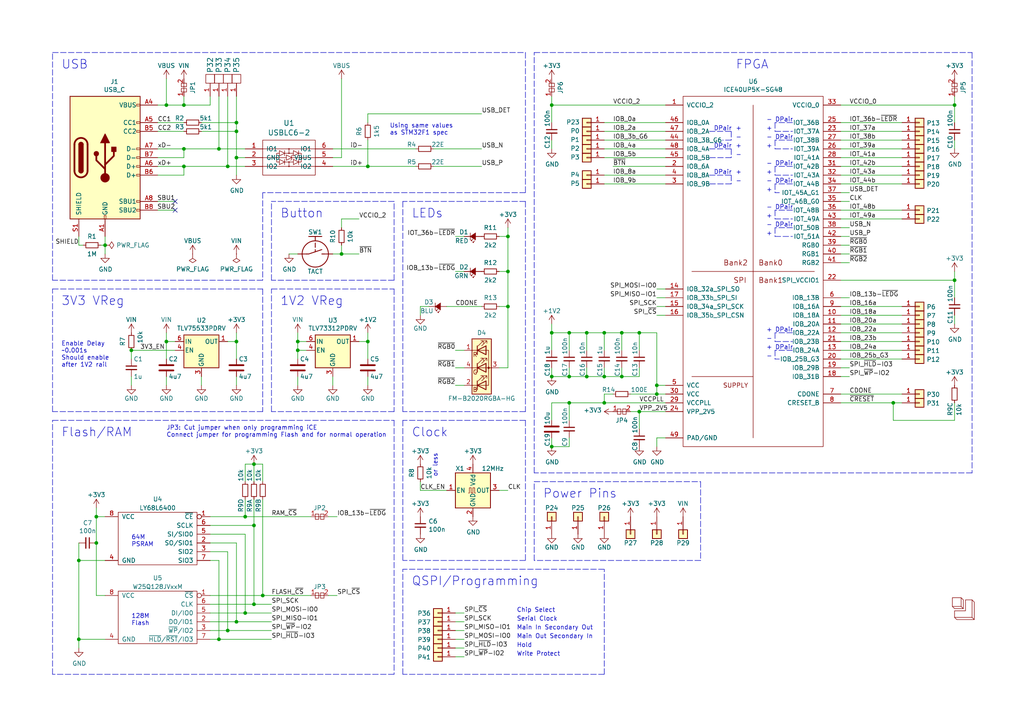
<source format=kicad_sch>
(kicad_sch (version 20250114) (generator "eeschema") (generator_version "9.0")
  (paper "A4")
  (title_block (title "iCEBreaker Bitsy") (date "2020-08-05") (rev "v1.1a") (company "1BitSquared") (comment 1 "© 2018-2020 1BitSquared <info@1bitsquared.com>") (comment 2 "© 2018-2020 Piotr Esden-Tempski <piotr@esden.net>") (comment 3 "© 2020 Jordi Pakey-Rodriguez <jordi@0xdec.im>") (comment 4 "License: CC BY-SA 4.0"))
  (text "LEDs" (at 119.38 63.5 0) (effects (font (size 2.54 2.54)) (justify left bottom)))
  (text "+" (at 222.25 63.5 0) (effects (font (size 1.27 1.27)) (justify left bottom)))
  (text "DPair" (at 207.01 43.18 0) (effects (font (size 1.27 1.27)) (justify left bottom)))
  (text "-" (at 222.25 35.56 0) (effects (font (size 1.27 1.27)) (justify left bottom)))
  (text "-" (at 222.25 48.26 0) (effects (font (size 1.27 1.27)) (justify left bottom)))
  (text "DPair" (at 224.79 48.26 0) (effects (font (size 1.27 1.27)) (justify left bottom)))
  (text "+" (at 222.25 96.52 0) (effects (font (size 1.27 1.27)) (justify left bottom)))
  (text "-" (at 213.36 40.64 0) (effects (font (size 1.27 1.27)) (justify left bottom)))
  (text "Flash/RAM" (at 17.78 127 0) (effects (font (size 2.54 2.54)) (justify left bottom)))
  (text "-" (at 213.36 45.72 0) (effects (font (size 1.27 1.27)) (justify left bottom)))
  (text "+" (at 222.25 43.18 0) (effects (font (size 1.27 1.27)) (justify left bottom)))
  (text "or less" (at 127 138.43 90) (effects (font (size 1.27 1.27)) (justify left bottom)))
  (text "USB" (at 17.78 20.32 0) (effects (font (size 2.54 2.54)) (justify left bottom)))
  (text "DPair" (at 224.79 96.52 0) (effects (font (size 1.27 1.27)) (justify left bottom)))
  (text "Enable Delay\n~0.001s\nShould enable\nafter 1V2 rail" (at 17.78 106.68 0) (effects (font (size 1.27 1.27)) (justify left bottom)))
  (text "-" (at 222.25 60.96 0) (effects (font (size 1.27 1.27)) (justify left bottom)))
  (text "64M\nPSRAM" (at 38.1 158.75 0) (effects (font (size 1.27 1.27)) (justify left bottom)))
  (text "Button" (at 81.28 63.5 0) (effects (font (size 2.54 2.54)) (justify left bottom)))
  (text "+" (at 222.25 50.8 0) (effects (font (size 1.27 1.27)) (justify left bottom)))
  (text "Serial Clock" (at 149.86 180.34 0) (effects (font (size 1.27 1.27)) (justify left bottom)))
  (text "DPair" (at 224.79 40.64 0) (effects (font (size 1.27 1.27)) (justify left bottom)))
  (text "DPair" (at 207.01 38.1 0) (effects (font (size 1.27 1.27)) (justify left bottom)))
  (text "DPair" (at 224.79 53.34 0) (effects (font (size 1.27 1.27)) (justify left bottom)))
  (text "-" (at 213.36 53.34 0) (effects (font (size 1.27 1.27)) (justify left bottom)))
  (text "DPair" (at 224.79 101.6 0) (effects (font (size 1.27 1.27)) (justify left bottom)))
  (text "+" (at 222.25 55.88 0) (effects (font (size 1.27 1.27)) (justify left bottom)))
  (text "1V2 VReg" (at 81.28 88.9 0) (effects (font (size 2.54 2.54)) (justify left bottom)))
  (text "Write Protect" (at 149.86 190.5 0) (effects (font (size 1.27 1.27)) (justify left bottom)))
  (text "Hold" (at 149.86 187.96 0) (effects (font (size 1.27 1.27)) (justify left bottom)))
  (text "-" (at 222.25 104.14 0) (effects (font (size 1.27 1.27)) (justify left bottom)))
  (text "+" (at 222.25 38.1 0) (effects (font (size 1.27 1.27)) (justify left bottom)))
  (text "Clock" (at 119.38 127 0) (effects (font (size 2.54 2.54)) (justify left bottom)))
  (text "Main In Secondary Out" (at 149.86 182.88 0) (effects (font (size 1.27 1.27)) (justify left bottom)))
  (text "+" (at 222.25 68.58 0) (effects (font (size 1.27 1.27)) (justify left bottom)))
  (text "128M\nFlash" (at 38.1 181.61 0) (effects (font (size 1.27 1.27)) (justify left bottom)))
  (text "+" (at 213.36 43.18 0) (effects (font (size 1.27 1.27)) (justify left bottom)))
  (text "-" (at 222.25 40.64 0) (effects (font (size 1.27 1.27)) (justify left bottom)))
  (text "JP3: Cut jumper when only programming iCE\nConnect jumper for programming Flash and for normal operation" (at 48.26 127 0) (effects (font (size 1.27 1.27)) (justify left bottom)))
  (text "+" (at 213.36 50.8 0) (effects (font (size 1.27 1.27)) (justify left bottom)))
  (text "DPair" (at 224.79 35.56 0) (effects (font (size 1.27 1.27)) (justify left bottom)))
  (text "DPair" (at 224.79 60.96 0) (effects (font (size 1.27 1.27)) (justify left bottom)))
  (text "DPair" (at 207.01 50.8 0) (effects (font (size 1.27 1.27)) (justify left bottom)))
  (text "-" (at 222.25 66.04 0) (effects (font (size 1.27 1.27)) (justify left bottom)))
  (text "-" (at 222.25 53.34 0) (effects (font (size 1.27 1.27)) (justify left bottom)))
  (text "Power Pins" (at 157.48 144.78 0) (effects (font (size 2.54 2.54)) (justify left bottom)))
  (text "DPair" (at 224.79 66.04 0) (effects (font (size 1.27 1.27)) (justify left bottom)))
  (text "Using same values\nas STM32F1 spec" (at 113.03 39.37 0) (effects (font (size 1.27 1.27)) (justify left bottom)))
  (text "Chip Select" (at 149.86 177.8 0) (effects (font (size 1.27 1.27)) (justify left bottom)))
  (text "FPGA" (at 213.36 20.32 0) (effects (font (size 2.54 2.54)) (justify left bottom)))
  (text "3V3 VReg" (at 17.78 88.9 0) (effects (font (size 2.54 2.54)) (justify left bottom)))
  (text "QSPI/Programming" (at 119.38 170.18 0) (effects (font (size 2.54 2.54)) (justify left bottom)))
  (text "+" (at 213.36 38.1 0) (effects (font (size 1.27 1.27)) (justify left bottom)))
  (text "Main Out Secondary In" (at 149.86 185.42 0) (effects (font (size 1.27 1.27)) (justify left bottom)))
  (text "-" (at 222.25 99.06 0) (effects (font (size 1.27 1.27)) (justify left bottom)))
  (text "+" (at 222.25 101.6 0) (effects (font (size 1.27 1.27)) (justify left bottom)))
  (junction (at 63.5 43.18))
  (junction (at 73.66 175.26))
  (junction (at 99.06 73.66))
  (junction (at 71.12 149.86))
  (junction (at 276.86 30.48))
  (junction (at 68.58 38.1))
  (junction (at 71.12 177.8))
  (junction (at 53.34 48.26))
  (junction (at 68.58 45.72))
  (junction (at 180.34 96.52))
  (junction (at 76.2 172.72))
  (junction (at 276.86 81.28))
  (junction (at 160.02 129.54))
  (junction (at 68.58 35.56))
  (junction (at 68.58 180.34))
  (junction (at 170.18 109.22))
  (junction (at 160.02 96.52))
  (junction (at 53.34 30.48))
  (junction (at 22.86 162.56))
  (junction (at 63.5 185.42))
  (junction (at 175.26 96.52))
  (junction (at 66.04 182.88))
  (junction (at 22.86 185.42))
  (junction (at 66.04 48.26))
  (junction (at 30.48 71.12))
  (junction (at 175.26 109.22))
  (junction (at 259.08 116.84))
  (junction (at 170.18 96.52))
  (junction (at 185.42 96.52))
  (junction (at 48.26 30.48))
  (junction (at 160.02 30.48))
  (junction (at 160.02 109.22))
  (junction (at 165.1 116.84))
  (junction (at 147.32 68.58))
  (junction (at 106.68 99.06))
  (junction (at 86.36 99.06))
  (junction (at 86.36 101.6))
  (junction (at 190.5 111.76))
  (junction (at 190.5 114.3))
  (junction (at 48.26 99.06))
  (junction (at 106.68 48.26))
  (junction (at 165.1 109.22))
  (junction (at 147.32 88.9))
  (junction (at 53.34 43.18))
  (junction (at 180.34 109.22))
  (junction (at 38.1 101.6))
  (junction (at 73.66 134.62))
  (junction (at 185.42 119.38))
  (junction (at 27.94 157.48))
  (junction (at 27.94 149.86))
  (junction (at 175.26 116.84))
  (junction (at 165.1 96.52))
  (junction (at 73.66 152.4))
  (junction (at 68.58 99.06))
  (junction (at 147.32 78.74))
  (no_connect (at 50.8 60.96))
  (no_connect (at 50.8 58.42))
  (wire (pts (xy 68.58 99.06) (xy 68.58 104.14)))
  (wire (pts (xy 193.04 116.84) (xy 175.26 116.84)))
  (wire (pts (xy 60.96 157.48) (xy 68.58 157.48)))
  (wire (pts (xy 175.26 96.52) (xy 175.26 101.6)))
  (wire (pts (xy 106.68 99.06) (xy 106.68 96.52)))
  (polyline (pts (xy 224.79 48.26) (xy 224.79 50.8)) (stroke (width 0) (type dash)))
  (wire (pts (xy 66.04 182.88) (xy 78.74 182.88)))
  (wire (pts (xy 175.26 96.52) (xy 170.18 96.52)))
  (wire (pts (xy 165.1 106.68) (xy 165.1 109.22)))
  (wire (pts (xy 22.86 71.12) (xy 24.13 71.12)))
  (wire (pts (xy 66.04 48.26) (xy 71.12 48.26)))
  (wire (pts (xy 86.36 101.6) (xy 86.36 99.06)))
  (wire (pts (xy 60.96 185.42) (xy 63.5 185.42)))
  (polyline (pts (xy 15.24 195.58) (xy 15.24 121.92)) (stroke (width 0) (type dash)))
  (polyline (pts (xy 114.3 81.28) (xy 78.74 81.28)) (stroke (width 0) (type dash)))
  (wire (pts (xy 190.5 111.76) (xy 190.5 114.3)))
  (wire (pts (xy 243.84 60.96) (xy 261.62 60.96)))
  (wire (pts (xy 193.04 35.56) (xy 175.26 35.56)))
  (wire (pts (xy 132.08 187.96) (xy 134.62 187.96)))
  (wire (pts (xy 38.1 101.6) (xy 50.8 101.6)))
  (wire (pts (xy 30.48 162.56) (xy 22.86 162.56)))
  (polyline (pts (xy 78.74 119.38) (xy 78.74 83.82)) (stroke (width 0) (type dash)))
  (polyline (pts (xy 224.79 60.96) (xy 224.79 63.5)) (stroke (width 0) (type dash)))
  (wire (pts (xy 106.68 111.76) (xy 106.68 109.22)))
  (wire (pts (xy 60.96 175.26) (xy 73.66 175.26)))
  (wire (pts (xy 38.1 101.6) (xy 38.1 104.14)))
  (wire (pts (xy 121.92 142.24) (xy 121.92 139.7)))
  (wire (pts (xy 71.12 45.72) (xy 68.58 45.72)))
  (wire (pts (xy 60.96 149.86) (xy 71.12 149.86)))
  (wire (pts (xy 38.1 111.76) (xy 38.1 109.22)))
  (wire (pts (xy 48.26 30.48) (xy 48.26 22.86)))
  (wire (pts (xy 177.8 114.3) (xy 175.26 114.3)))
  (wire (pts (xy 22.86 162.56) (xy 22.86 185.42)))
  (wire (pts (xy 175.26 106.68) (xy 175.26 109.22)))
  (wire (pts (xy 175.26 109.22) (xy 170.18 109.22)))
  (wire (pts (xy 96.52 43.18) (xy 120.65 43.18)))
  (polyline (pts (xy 152.4 55.88) (xy 76.2 55.88)) (stroke (width 0) (type dash)))
  (wire (pts (xy 86.36 109.22) (xy 86.36 111.76)))
  (wire (pts (xy 193.04 111.76) (xy 190.5 111.76)))
  (wire (pts (xy 76.2 134.62) (xy 76.2 139.7)))
  (wire (pts (xy 68.58 38.1) (xy 68.58 45.72)))
  (wire (pts (xy 73.66 152.4) (xy 60.96 152.4)))
  (polyline (pts (xy 212.09 43.18) (xy 212.09 45.72)) (stroke (width 0) (type dash)))
  (wire (pts (xy 45.72 35.56) (xy 53.34 35.56)))
  (polyline (pts (xy 224.79 99.06) (xy 229.87 99.06)) (stroke (width 0) (type dash)))
  (polyline (pts (xy 154.94 15.24) (xy 281.94 15.24)) (stroke (width 0) (type dash)))
  (wire (pts (xy 259.08 121.92) (xy 276.86 121.92)))
  (wire (pts (xy 60.96 27.94) (xy 60.96 30.48)))
  (wire (pts (xy 60.96 177.8) (xy 71.12 177.8)))
  (wire (pts (xy 193.04 48.26) (xy 177.8 48.26)))
  (wire (pts (xy 276.86 81.28) (xy 276.86 86.36)))
  (wire (pts (xy 125.73 43.18) (xy 139.7 43.18)))
  (wire (pts (xy 193.04 53.34) (xy 175.26 53.34)))
  (polyline (pts (xy 212.09 53.34) (xy 205.74 53.34)) (stroke (width 0) (type dash)))
  (wire (pts (xy 243.84 35.56) (xy 261.62 35.56)))
  (wire (pts (xy 96.52 48.26) (xy 106.68 48.26)))
  (wire (pts (xy 73.66 152.4) (xy 73.66 144.78)))
  (wire (pts (xy 71.12 177.8) (xy 78.74 177.8)))
  (wire (pts (xy 259.08 116.84) (xy 259.08 121.92)))
  (wire (pts (xy 180.34 96.52) (xy 175.26 96.52)))
  (wire (pts (xy 30.48 71.12) (xy 30.48 73.66)))
  (wire (pts (xy 190.5 96.52) (xy 190.5 111.76)))
  (wire (pts (xy 276.86 30.48) (xy 276.86 35.56)))
  (wire (pts (xy 276.86 27.94) (xy 276.86 30.48)))
  (wire (pts (xy 68.58 157.48) (xy 68.58 180.34)))
  (wire (pts (xy 243.84 109.22) (xy 246.38 109.22)))
  (wire (pts (xy 243.84 91.44) (xy 261.62 91.44)))
  (wire (pts (xy 106.68 48.26) (xy 106.68 40.64)))
  (wire (pts (xy 68.58 45.72) (xy 68.58 50.8)))
  (wire (pts (xy 121.92 88.9) (xy 121.92 91.44)))
  (wire (pts (xy 121.92 142.24) (xy 129.54 142.24)))
  (wire (pts (xy 193.04 40.64) (xy 175.26 40.64)))
  (wire (pts (xy 160.02 129.54) (xy 165.1 129.54)))
  (wire (pts (xy 73.66 134.62) (xy 71.12 134.62)))
  (wire (pts (xy 160.02 127) (xy 160.02 129.54)))
  (wire (pts (xy 132.08 106.68) (xy 134.62 106.68)))
  (wire (pts (xy 48.26 99.06) (xy 48.26 96.52)))
  (wire (pts (xy 58.42 35.56) (xy 68.58 35.56)))
  (polyline (pts (xy 152.4 119.38) (xy 116.84 119.38)) (stroke (width 0) (type dash)))
  (wire (pts (xy 165.1 109.22) (xy 170.18 109.22)))
  (wire (pts (xy 182.88 119.38) (xy 185.42 119.38)))
  (wire (pts (xy 165.1 116.84) (xy 165.1 121.92)))
  (wire (pts (xy 53.34 45.72) (xy 53.34 43.18)))
  (wire (pts (xy 68.58 27.94) (xy 68.58 35.56)))
  (wire (pts (xy 86.36 99.06) (xy 86.36 96.52)))
  (wire (pts (xy 243.84 96.52) (xy 261.62 96.52)))
  (wire (pts (xy 22.86 68.58) (xy 22.86 71.12)))
  (wire (pts (xy 243.84 106.68) (xy 246.38 106.68)))
  (wire (pts (xy 27.94 172.72) (xy 30.48 172.72)))
  (wire (pts (xy 99.06 45.72) (xy 99.06 22.86)))
  (polyline (pts (xy 15.24 121.92) (xy 114.3 121.92)) (stroke (width 0) (type dash)))
  (wire (pts (xy 193.04 86.36) (xy 190.5 86.36)))
  (wire (pts (xy 45.72 43.18) (xy 53.34 43.18)))
  (polyline (pts (xy 114.3 81.28) (xy 114.3 58.42)) (stroke (width 0) (type dash)))
  (wire (pts (xy 193.04 45.72) (xy 175.26 45.72)))
  (wire (pts (xy 132.08 177.8) (xy 134.62 177.8)))
  (wire (pts (xy 147.32 88.9) (xy 147.32 78.74)))
  (wire (pts (xy 88.9 101.6) (xy 86.36 101.6)))
  (polyline (pts (xy 224.79 50.8) (xy 229.87 50.8)) (stroke (width 0) (type dash)))
  (wire (pts (xy 276.86 43.18) (xy 276.86 40.64)))
  (polyline (pts (xy 281.94 137.16) (xy 154.94 137.16)) (stroke (width 0) (type dash)))
  (wire (pts (xy 160.02 96.52) (xy 160.02 101.6)))
  (wire (pts (xy 160.02 43.18) (xy 160.02 40.64)))
  (wire (pts (xy 180.34 109.22) (xy 175.26 109.22)))
  (wire (pts (xy 106.68 35.56) (xy 106.68 33.02)))
  (wire (pts (xy 48.26 30.48) (xy 53.34 30.48)))
  (wire (pts (xy 243.84 101.6) (xy 261.62 101.6)))
  (wire (pts (xy 96.52 45.72) (xy 99.06 45.72)))
  (wire (pts (xy 71.12 154.94) (xy 71.12 177.8)))
  (wire (pts (xy 144.78 88.9) (xy 147.32 88.9)))
  (wire (pts (xy 144.78 106.68) (xy 147.32 106.68)))
  (wire (pts (xy 53.34 50.8) (xy 53.34 48.26)))
  (polyline (pts (xy 224.79 63.5) (xy 229.87 63.5)) (stroke (width 0) (type dash)))
  (wire (pts (xy 243.84 30.48) (xy 276.86 30.48)))
  (wire (pts (xy 60.96 162.56) (xy 63.5 162.56)))
  (polyline (pts (xy 78.74 83.82) (xy 114.3 83.82)) (stroke (width 0) (type dash)))
  (polyline (pts (xy 224.79 55.88) (xy 226.06 55.88)) (stroke (width 0) (type dash)))
  (wire (pts (xy 30.48 149.86) (xy 27.94 149.86)))
  (polyline (pts (xy 229.87 48.26) (xy 224.79 48.26)) (stroke (width 0) (type dash)))
  (wire (pts (xy 106.68 99.06) (xy 106.68 104.14)))
  (wire (pts (xy 134.62 68.58) (xy 132.08 68.58)))
  (wire (pts (xy 170.18 96.52) (xy 170.18 101.6)))
  (wire (pts (xy 66.04 160.02) (xy 66.04 182.88)))
  (polyline (pts (xy 212.09 38.1) (xy 212.09 40.64)) (stroke (width 0) (type dash)))
  (polyline (pts (xy 175.26 195.58) (xy 116.84 195.58)) (stroke (width 0) (type dash)))
  (polyline (pts (xy 224.79 35.56) (xy 224.79 38.1)) (stroke (width 0) (type dash)))
  (wire (pts (xy 63.5 162.56) (xy 63.5 185.42)))
  (wire (pts (xy 193.04 50.8) (xy 175.26 50.8)))
  (wire (pts (xy 27.94 149.86) (xy 27.94 147.32)))
  (polyline (pts (xy 205.74 38.1) (xy 212.09 38.1)) (stroke (width 0) (type dash)))
  (wire (pts (xy 243.84 48.26) (xy 261.62 48.26)))
  (wire (pts (xy 53.34 48.26) (xy 66.04 48.26)))
  (wire (pts (xy 144.78 68.58) (xy 147.32 68.58)))
  (polyline (pts (xy 78.74 81.28) (xy 78.74 58.42)) (stroke (width 0) (type dash)))
  (wire (pts (xy 99.06 63.5) (xy 99.06 66.04)))
  (wire (pts (xy 147.32 106.68) (xy 147.32 88.9)))
  (wire (pts (xy 243.84 104.14) (xy 261.62 104.14)))
  (polyline (pts (xy 116.84 121.92) (xy 116.84 162.56)) (stroke (width 0) (type dash)))
  (polyline (pts (xy 224.79 96.52) (xy 224.79 99.06)) (stroke (width 0) (type dash)))
  (wire (pts (xy 160.02 109.22) (xy 165.1 109.22)))
  (polyline (pts (xy 229.87 96.52) (xy 224.79 96.52)) (stroke (width 0) (type dash)))
  (wire (pts (xy 71.12 134.62) (xy 71.12 139.7)))
  (wire (pts (xy 71.12 149.86) (xy 71.12 144.78)))
  (polyline (pts (xy 76.2 81.28) (xy 15.24 81.28)) (stroke (width 0) (type dash)))
  (polyline (pts (xy 152.4 15.24) (xy 152.4 55.88)) (stroke (width 0) (type dash)))
  (polyline (pts (xy 76.2 83.82) (xy 76.2 119.38)) (stroke (width 0) (type dash)))
  (polyline (pts (xy 154.94 162.56) (xy 154.94 139.7)) (stroke (width 0) (type dash)))
  (wire (pts (xy 243.84 71.12) (xy 246.38 71.12)))
  (wire (pts (xy 71.12 149.86) (xy 90.17 149.86)))
  (wire (pts (xy 165.1 96.52) (xy 165.1 101.6)))
  (polyline (pts (xy 152.4 121.92) (xy 116.84 121.92)) (stroke (width 0) (type dash)))
  (wire (pts (xy 95.25 149.86) (xy 97.79 149.86)))
  (wire (pts (xy 185.42 96.52) (xy 180.34 96.52)))
  (wire (pts (xy 68.58 180.34) (xy 78.74 180.34)))
  (wire (pts (xy 160.02 116.84) (xy 165.1 116.84)))
  (polyline (pts (xy 15.24 83.82) (xy 76.2 83.82)) (stroke (width 0) (type dash)))
  (wire (pts (xy 53.34 27.94) (xy 53.34 30.48)))
  (wire (pts (xy 45.72 50.8) (xy 53.34 50.8)))
  (wire (pts (xy 68.58 35.56) (xy 68.58 38.1)))
  (wire (pts (xy 147.32 68.58) (xy 147.32 66.04)))
  (wire (pts (xy 193.04 88.9) (xy 190.5 88.9)))
  (wire (pts (xy 193.04 38.1) (xy 175.26 38.1)))
  (polyline (pts (xy 205.74 43.18) (xy 212.09 43.18)) (stroke (width 0) (type dash)))
  (polyline (pts (xy 15.24 81.28) (xy 15.24 15.24)) (stroke (width 0) (type dash)))
  (wire (pts (xy 185.42 119.38) (xy 193.04 119.38)))
  (wire (pts (xy 185.42 109.22) (xy 180.34 109.22)))
  (wire (pts (xy 66.04 99.06) (xy 68.58 99.06)))
  (wire (pts (xy 134.62 78.74) (xy 132.08 78.74)))
  (wire (pts (xy 45.72 60.96) (xy 50.8 60.96)))
  (polyline (pts (xy 224.79 66.04) (xy 224.79 68.58)) (stroke (width 0) (type dash)))
  (polyline (pts (xy 224.79 43.18) (xy 229.87 43.18)) (stroke (width 0) (type dash)))
  (polyline (pts (xy 114.3 83.82) (xy 114.3 119.38)) (stroke (width 0) (type dash)))
  (wire (pts (xy 60.96 154.94) (xy 71.12 154.94)))
  (wire (pts (xy 243.84 45.72) (xy 261.62 45.72)))
  (wire (pts (xy 22.86 157.48) (xy 22.86 162.56)))
  (polyline (pts (xy 76.2 55.88) (xy 76.2 81.28)) (stroke (width 0) (type dash)))
  (polyline (pts (xy 154.94 137.16) (xy 154.94 15.24)) (stroke (width 0) (type dash)))
  (wire (pts (xy 27.94 157.48) (xy 27.94 172.72)))
  (wire (pts (xy 243.84 55.88) (xy 246.38 55.88)))
  (wire (pts (xy 144.78 142.24) (xy 147.32 142.24)))
  (wire (pts (xy 160.02 30.48) (xy 160.02 35.56)))
  (polyline (pts (xy 152.4 162.56) (xy 116.84 162.56)) (stroke (width 0) (type dash)))
  (polyline (pts (xy 224.79 68.58) (xy 229.87 68.58)) (stroke (width 0) (type dash)))
  (wire (pts (xy 68.58 111.76) (xy 68.58 109.22)))
  (polyline (pts (xy 224.79 101.6) (xy 224.79 104.14)) (stroke (width 0) (type dash)))
  (wire (pts (xy 276.86 81.28) (xy 276.86 78.74)))
  (polyline (pts (xy 114.3 121.92) (xy 114.3 195.58)) (stroke (width 0) (type dash)))
  (wire (pts (xy 76.2 172.72) (xy 90.17 172.72)))
  (polyline (pts (xy 203.2 162.56) (xy 154.94 162.56)) (stroke (width 0) (type dash)))
  (wire (pts (xy 190.5 127) (xy 190.5 129.54)))
  (wire (pts (xy 160.02 106.68) (xy 160.02 109.22)))
  (polyline (pts (xy 224.79 38.1) (xy 229.87 38.1)) (stroke (width 0) (type dash)))
  (polyline (pts (xy 212.09 50.8) (xy 212.09 53.34)) (stroke (width 0) (type dash)))
  (wire (pts (xy 96.52 73.66) (xy 99.06 73.66)))
  (wire (pts (xy 104.14 63.5) (xy 99.06 63.5)))
  (polyline (pts (xy 76.2 119.38) (xy 15.24 119.38)) (stroke (width 0) (type dash)))
  (polyline (pts (xy 205.74 50.8) (xy 212.09 50.8)) (stroke (width 0) (type dash)))
  (wire (pts (xy 193.04 114.3) (xy 190.5 114.3)))
  (wire (pts (xy 243.84 81.28) (xy 276.86 81.28)))
  (wire (pts (xy 243.84 116.84) (xy 259.08 116.84)))
  (wire (pts (xy 243.84 63.5) (xy 261.62 63.5)))
  (polyline (pts (xy 116.84 195.58) (xy 116.84 165.1)) (stroke (width 0) (type dash)))
  (wire (pts (xy 243.84 76.2) (xy 246.38 76.2)))
  (polyline (pts (xy 15.24 119.38) (xy 15.24 83.82)) (stroke (width 0) (type dash)))
  (wire (pts (xy 160.02 27.94) (xy 160.02 30.48)))
  (wire (pts (xy 60.96 182.88) (xy 66.04 182.88)))
  (polyline (pts (xy 15.24 15.24) (xy 152.4 15.24)) (stroke (width 0) (type dash)))
  (wire (pts (xy 190.5 96.52) (xy 185.42 96.52)))
  (wire (pts (xy 193.04 91.44) (xy 190.5 91.44)))
  (wire (pts (xy 160.02 30.48) (xy 193.04 30.48)))
  (wire (pts (xy 60.96 30.48) (xy 53.34 30.48)))
  (wire (pts (xy 45.72 30.48) (xy 48.26 30.48)))
  (wire (pts (xy 30.48 71.12) (xy 30.48 68.58)))
  (wire (pts (xy 243.84 86.36) (xy 246.38 86.36)))
  (wire (pts (xy 106.68 48.26) (xy 120.65 48.26)))
  (wire (pts (xy 243.84 93.98) (xy 261.62 93.98)))
  (wire (pts (xy 27.94 149.86) (xy 27.94 157.48)))
  (wire (pts (xy 243.84 99.06) (xy 261.62 99.06)))
  (polyline (pts (xy 175.26 195.58) (xy 175.26 165.1)) (stroke (width 0) (type dash)))
  (polyline (pts (xy 154.94 139.7) (xy 203.2 139.7)) (stroke (width 0) (type dash)))
  (wire (pts (xy 243.84 43.18) (xy 261.62 43.18)))
  (polyline (pts (xy 116.84 58.42) (xy 116.84 119.38)) (stroke (width 0) (type dash)))
  (polyline (pts (xy 212.09 40.64) (xy 209.55 40.64)) (stroke (width 0) (type dash)))
  (wire (pts (xy 243.84 73.66) (xy 246.38 73.66)))
  (wire (pts (xy 243.84 50.8) (xy 261.62 50.8)))
  (wire (pts (xy 63.5 27.94) (xy 63.5 43.18)))
  (wire (pts (xy 48.26 99.06) (xy 50.8 99.06)))
  (wire (pts (xy 243.84 66.04) (xy 246.38 66.04)))
  (polyline (pts (xy 224.79 53.34) (xy 224.79 55.88)) (stroke (width 0) (type dash)))
  (wire (pts (xy 175.26 116.84) (xy 165.1 116.84)))
  (polyline (pts (xy 229.87 66.04) (xy 224.79 66.04)) (stroke (width 0) (type dash)))
  (wire (pts (xy 132.08 111.76) (xy 134.62 111.76)))
  (wire (pts (xy 86.36 104.14) (xy 86.36 101.6)))
  (polyline (pts (xy 175.26 165.1) (xy 116.84 165.1)) (stroke (width 0) (type dash)))
  (wire (pts (xy 243.84 40.64) (xy 261.62 40.64)))
  (polyline (pts (xy 152.4 121.92) (xy 152.4 162.56)) (stroke (width 0) (type dash)))
  (wire (pts (xy 243.84 68.58) (xy 246.38 68.58)))
  (wire (pts (xy 170.18 109.22) (xy 170.18 106.68)))
  (wire (pts (xy 243.84 53.34) (xy 261.62 53.34)))
  (wire (pts (xy 95.25 172.72) (xy 97.79 172.72)))
  (wire (pts (xy 185.42 96.52) (xy 185.42 101.6)))
  (wire (pts (xy 132.08 180.34) (xy 134.62 180.34)))
  (wire (pts (xy 243.84 114.3) (xy 261.62 114.3)))
  (wire (pts (xy 99.06 73.66) (xy 99.06 71.12)))
  (wire (pts (xy 144.78 78.74) (xy 147.32 78.74)))
  (wire (pts (xy 160.02 93.98) (xy 160.02 96.52)))
  (wire (pts (xy 22.86 185.42) (xy 22.86 187.96)))
  (wire (pts (xy 185.42 124.46) (xy 185.42 119.38)))
  (wire (pts (xy 63.5 185.42) (xy 78.74 185.42)))
  (wire (pts (xy 193.04 43.18) (xy 175.26 43.18)))
  (polyline (pts (xy 229.87 101.6) (xy 224.79 101.6)) (stroke (width 0) (type dash)))
  (wire (pts (xy 73.66 152.4) (xy 73.66 175.26)))
  (wire (pts (xy 165.1 127) (xy 165.1 129.54)))
  (polyline (pts (xy 152.4 58.42) (xy 152.4 119.38)) (stroke (width 0) (type dash)))
  (wire (pts (xy 76.2 144.78) (xy 76.2 172.72)))
  (wire (pts (xy 60.96 172.72) (xy 76.2 172.72)))
  (wire (pts (xy 86.36 73.66) (xy 83.82 73.66)))
  (wire (pts (xy 180.34 106.68) (xy 180.34 109.22)))
  (polyline (pts (xy 114.3 58.42) (xy 78.74 58.42)) (stroke (width 0) (type dash)))
  (polyline (pts (xy 224.79 40.64) (xy 224.79 43.18)) (stroke (width 0) (type dash)))
  (wire (pts (xy 99.06 73.66) (xy 104.14 73.66)))
  (wire (pts (xy 96.52 109.22) (xy 96.52 111.76)))
  (wire (pts (xy 243.84 88.9) (xy 261.62 88.9)))
  (wire (pts (xy 45.72 58.42) (xy 50.8 58.42)))
  (wire (pts (xy 193.04 127) (xy 190.5 127)))
  (wire (pts (xy 180.34 96.52) (xy 180.34 101.6)))
  (wire (pts (xy 134.62 182.88) (xy 132.08 182.88)))
  (wire (pts (xy 60.96 160.02) (xy 66.04 160.02)))
  (wire (pts (xy 58.42 109.22) (xy 58.42 111.76)))
  (wire (pts (xy 165.1 96.52) (xy 160.02 96.52)))
  (wire (pts (xy 66.04 27.94) (xy 66.04 48.26)))
  (polyline (pts (xy 114.3 119.38) (xy 78.74 119.38)) (stroke (width 0) (type dash)))
  (wire (pts (xy 190.5 114.3) (xy 182.88 114.3)))
  (wire (pts (xy 259.08 116.84) (xy 261.62 116.84)))
  (wire (pts (xy 134.62 190.5) (xy 132.08 190.5)))
  (wire (pts (xy 53.34 43.18) (xy 63.5 43.18)))
  (wire (pts (xy 48.26 104.14) (xy 48.26 99.06)))
  (polyline (pts (xy 114.3 195.58) (xy 15.24 195.58)) (stroke (width 0) (type dash)))
  (wire (pts (xy 134.62 185.42) (xy 132.08 185.42)))
  (polyline (pts (xy 229.87 60.96) (xy 224.79 60.96)) (stroke (width 0) (type dash)))
  (polyline (pts (xy 212.09 45.72) (xy 205.74 45.72)) (stroke (width 0) (type dash)))
  (wire (pts (xy 132.08 101.6) (xy 134.62 101.6)))
  (polyline (pts (xy 152.4 58.42) (xy 116.84 58.42)) (stroke (width 0) (type dash)))
  (wire (pts (xy 106.68 33.02) (xy 139.7 33.02)))
  (wire (pts (xy 243.84 58.42) (xy 246.38 58.42)))
  (polyline (pts (xy 229.87 40.64) (xy 224.79 40.64)) (stroke (width 0) (type dash)))
  (wire (pts (xy 29.21 71.12) (xy 30.48 71.12)))
  (wire (pts (xy 276.86 121.92) (xy 276.86 116.84)))
  (wire (pts (xy 243.84 38.1) (xy 261.62 38.1)))
  (polyline (pts (xy 281.94 15.24) (xy 281.94 137.16)) (stroke (width 0) (type dash)))
  (polyline (pts (xy 224.79 104.14) (xy 226.06 104.14)) (stroke (width 0) (type dash)))
  (polyline (pts (xy -217.17 205.74) (xy -217.17 152.4)) (stroke (width 0) (type dash)))
  (wire (pts (xy 63.5 43.18) (xy 71.12 43.18)))
  (wire (pts (xy 68.58 99.06) (xy 68.58 96.52)))
  (wire (pts (xy 129.54 88.9) (xy 139.7 88.9)))
  (wire (pts (xy 45.72 48.26) (xy 53.34 48.26)))
  (wire (pts (xy 22.86 185.42) (xy 30.48 185.42)))
  (wire (pts (xy 185.42 106.68) (xy 185.42 109.22)))
  (wire (pts (xy 193.04 83.82) (xy 190.5 83.82)))
  (polyline (pts (xy 203.2 139.7) (xy 203.2 162.56)) (stroke (width 0) (type dash)))
  (wire (pts (xy 73.66 134.62) (xy 76.2 134.62)))
  (wire (pts (xy 160.02 121.92) (xy 160.02 116.84)))
  (wire (pts (xy 73.66 175.26) (xy 78.74 175.26)))
  (wire (pts (xy 104.14 99.06) (xy 106.68 99.06)))
  (wire (pts (xy 170.18 96.52) (xy 165.1 96.52)))
  (wire (pts (xy 60.96 180.34) (xy 68.58 180.34)))
  (wire (pts (xy 45.72 38.1) (xy 53.34 38.1)))
  (wire (pts (xy 276.86 93.98) (xy 276.86 91.44)))
  (wire (pts (xy 175.26 114.3) (xy 175.26 116.84)))
  (wire (pts (xy 124.46 88.9) (xy 121.92 88.9)))
  (wire (pts (xy 86.36 99.06) (xy 88.9 99.06)))
  (wire (pts (xy 58.42 38.1) (xy 68.58 38.1)))
  (wire (pts (xy 73.66 139.7) (xy 73.66 134.62)))
  (wire (pts (xy 125.73 48.26) (xy 139.7 48.26)))
  (wire (pts (xy 48.26 109.22) (xy 48.26 111.76)))
  (wire (pts (xy 45.72 45.72) (xy 53.34 45.72)))
  (polyline (pts (xy 229.87 35.56) (xy 224.79 35.56)) (stroke (width 0) (type dash)))
  (polyline (pts (xy 229.87 53.34) (xy 224.79 53.34)) (stroke (width 0) (type dash)))
  (wire (pts (xy 147.32 78.74) (xy 147.32 68.58)))
  (label "IOB_25b_G3" (at 246.38 104.14 0))
  (label "iD-" (at 101.6 43.18 0))
  (label "IOB_0a" (at 177.8 35.56 0))
  (label "SPI_~{CS}" (at 190.5 91.44 180))
  (label "RAM_~{CS}" (at 78.74 149.86 0))
  (label "IOT_43a" (at 246.38 50.8 0))
  (label "IOB_22a" (at 246.38 96.52 0))
  (label "~{BTN}" (at 104.14 73.66 0))
  (label "SPI_SCK" (at 78.74 175.26 0))
  (label "IOB_4a" (at 177.8 43.18 0))
  (label "SPI_~{WP}-IO2" (at 134.62 190.5 0))
  (label "SPI_MOSI-IO0" (at 78.74 177.8 0))
  (label "IOB_5b" (at 177.8 45.72 0))
  (label "SPI_~{CS}" (at 134.62 177.8 0))
  (label "~{RGB0}" (at 246.38 71.12 0))
  (label "USB_DET" (at 246.38 55.88 0))
  (label "SPI_SCK" (at 190.5 88.9 180))
  (label "IOB_13b-~{LEDG}" (at 246.38 86.36 0))
  (label "IOT_39a" (at 246.38 43.18 0))
  (label "IOB_8a" (at 177.8 50.8 0))
  (label "IOB_9b" (at 177.8 53.34 0))
  (label "SBU2" (at 50.8 60.96 180))
  (label "VCCIO_2" (at 177.8 30.48 0))
  (label "IOB_24a" (at 246.38 101.6 0))
  (label "~{RGB1}" (at 132.08 106.68 180))
  (label "IOT_37a" (at 246.38 38.1 0))
  (label "CC2" (at 45.72 38.1 0))
  (label "IOB_3b_G6" (at 177.8 40.64 0))
  (label "USB_P" (at 139.7 48.26 0))
  (label "SBU1" (at 50.8 58.42 180))
  (label "~{RGB1}" (at 246.38 73.66 0))
  (label "~{RGB2}" (at 132.08 111.76 180))
  (label "SPI_SCK" (at 134.62 180.34 0))
  (label "IOB_20a" (at 246.38 93.98 0))
  (label "VPP_2V5" (at 185.42 119.38 0))
  (label "SPI_MISO-IO1" (at 134.62 182.88 0))
  (label "CLK" (at 147.32 142.24 0))
  (label "SPI_~{HLD}-IO3" (at 78.74 185.42 0))
  (label "IOB_16a" (at 246.38 88.9 0))
  (label "CDONE" (at 132.08 88.9 0))
  (label "CLK" (at 246.38 58.42 0))
  (label "IOB_18a" (at 246.38 91.44 0))
  (label "SPI_~{WP}-IO2" (at 78.74 182.88 0))
  (label "SPI_MOSI-IO0" (at 134.62 185.42 0))
  (label "SPI_MISO-IO1" (at 78.74 180.34 0))
  (label "VCCIO_0" (at 246.38 30.48 0))
  (label "~{RGB0}" (at 132.08 101.6 180))
  (label "FLASH_~{CS}" (at 78.74 172.72 0))
  (label "CC1" (at 45.72 35.56 0))
  (label "SPI_~{WP}-IO2" (at 246.38 109.22 0))
  (label "IOB_23b" (at 246.38 99.06 0))
  (label "SHIELD" (at 22.86 71.12 180))
  (label "USB_N" (at 139.7 43.18 0))
  (label "IOB_13b-~{LEDG}" (at 132.08 78.74 180))
  (label "USB_N" (at 246.38 66.04 0))
  (label "SPI_MOSI-IO0" (at 190.5 83.82 180))
  (label "VCCPLL" (at 185.42 116.84 0))
  (label "iD+" (at 101.6 48.26 0))
  (label "IOB_13b-~{LEDG}" (at 97.79 149.86 0))
  (label "IOT_48b" (at 246.38 60.96 0))
  (label "IOT_41a" (at 246.38 45.72 0))
  (label "IOT_42b" (at 246.38 48.26 0))
  (label "CDONE" (at 246.38 114.3 0))
  (label "IOT_38b" (at 246.38 40.64 0))
  (label "CLK_EN" (at 121.92 142.24 0))
  (label "~{RGB2}" (at 246.38 76.2 0))
  (label "3V3_EN" (at 40.64 101.6 0))
  (label "USB_DET" (at 139.7 33.02 0))
  (label "IOT_36b-~{LEDR}" (at 246.38 35.56 0))
  (label "IOT_44b" (at 246.38 53.34 0))
  (label "SPI_MISO-IO1" (at 190.5 86.36 180))
  (label "VCCIO_2" (at 104.14 63.5 0))
  (label "IOT_49a" (at 246.38 63.5 0))
  (label "~{BTN}" (at 177.8 48.26 0))
  (label "IOB_2a" (at 177.8 38.1 0))
  (label "IOT_36b-~{LEDR}" (at 132.08 68.58 180))
  (label "SPI_~{CS}" (at 97.79 172.72 0))
  (label "xD-" (at 45.72 43.18 0))
  (label "USB_P" (at 246.38 68.58 0))
  (label "xD+" (at 45.72 48.26 0))
  (label "~{CRESET}" (at 246.38 116.84 0))
  (label "SPI_~{HLD}-IO3" (at 246.38 106.68 0))
  (label "SPI_~{HLD}-IO3" (at 134.62 187.96 0))
  (symbol (lib_id "icebreaker-bitsy-rescue:ICE40UP5K-SG48-pkl_lattice") (at 218.44 78.74 0) (unit 1)
    (property "Reference" "U6" (at 218.44 23.622 0))
    (property "Value" "ICE40UP5K-SG48" (at 218.44 25.9842 0))
    (property "Footprint" "pkl_housings_dfn_qfn:QFN-48-1EP_7x7mm_Pitch0.5mm" (effects (hide yes)))
    (property "Source" "ANY" (effects (hide yes)))
    (property "Key" "ic-ice40up5k-sg48" (effects (hide yes)))
  )
  (symbol (lib_id "icebreaker-bitsy-rescue:GND-power") (at 190.5 129.54 0) (unit 1)
    (property "Reference" "#PWR01" (effects (hide yes)))
    (property "Value" "GND" (at 190.627 134.0104 0))
  )
  (symbol (lib_id "icebreaker-bitsy-rescue:pkl_R_Small-pkl_device") (at 121.92 137.16 0) (unit 1)
    (property "Reference" "R8" (at 119.38 137.16 90))
    (property "Value" "10k" (at 124.46 137.16 90))
    (property "Footprint" "pkl_dipol:R_0402" (effects (hide yes)))
    (property "Source" "ANY" (effects (hide yes)))
    (property "Key" "res-0402-10k" (effects (hide yes)))
  )
  (symbol (lib_id "icebreaker-bitsy-rescue:+3V3-power") (at 137.16 134.62 0) (unit 1)
    (property "Reference" "#PWR02" (effects (hide yes)))
    (property "Value" "+3V3" (at 137.16 130.81 0))
  )
  (symbol (lib_id "icebreaker-bitsy-rescue:+3V3-power") (at 121.92 134.62 0) (unit 1)
    (property "Reference" "#PWR03" (effects (hide yes)))
    (property "Value" "+3V3" (at 121.92 130.81 0))
  )
  (symbol (lib_id "icebreaker-bitsy-rescue:GND-power") (at 137.16 149.86 0) (unit 1)
    (property "Reference" "#PWR05" (effects (hide yes)))
    (property "Value" "GND" (at 137.287 154.3304 0))
  )
  (symbol (lib_id "icebreaker-bitsy-rescue:pkl_C_Small-pkl_device") (at 121.92 152.4 0) (unit 1)
    (property "Reference" "C6" (at 124.2568 151.2062 0) (effects (justify left)))
    (property "Value" "100n" (at 124.2568 153.5684 0) (effects (justify left)))
    (property "Footprint" "pkl_dipol:C_0402" (effects (hide yes)))
    (property "Source" "ANY" (effects (hide yes)))
    (property "Key" "cap-cer-0402-100n" (effects (hide yes)))
  )
  (symbol (lib_id "icebreaker-bitsy-rescue:pkl_R_Small-pkl_device") (at 26.67 71.12 270) (unit 1)
    (property "Reference" "R1" (at 26.67 68.58 90))
    (property "Value" "1M" (at 26.67 73.66 90))
    (property "Footprint" "pkl_dipol:R_0402" (effects (hide yes)))
    (property "Source" "ANY" (effects (hide yes)))
    (property "Key" "res-0402-1m" (effects (hide yes)))
  )
  (symbol (lib_id "icebreaker-bitsy-rescue:GND-power") (at 30.48 73.66 0) (unit 1)
    (property "Reference" "#PWR06" (effects (hide yes)))
    (property "Value" "GND" (at 30.607 78.1304 0))
  )
  (symbol (lib_id "icebreaker-bitsy-rescue:pkl_C_Small-pkl_device") (at 185.42 104.14 0) (mirror y) (unit 1)
    (property "Reference" "C13" (at 184.15 109.22 90) (effects (justify left)))
    (property "Value" "10n" (at 184.15 102.87 90) (effects (justify left)))
    (property "Footprint" "pkl_dipol:C_0402" (effects (hide yes)))
    (property "Source" "ANY" (effects (hide yes)))
    (property "Key" "cap-cer-0402-10n" (effects (hide yes)))
  )
  (symbol (lib_id "icebreaker-bitsy-rescue:pkl_C_Small-pkl_device") (at 180.34 104.14 0) (mirror y) (unit 1)
    (property "Reference" "C14" (at 179.07 109.22 90) (effects (justify left)))
    (property "Value" "100n" (at 179.07 102.87 90) (effects (justify left)))
    (property "Footprint" "pkl_dipol:C_0402" (effects (hide yes)))
    (property "Source" "ANY" (effects (hide yes)))
    (property "Key" "cap-cer-0402-100n" (effects (hide yes)))
  )
  (symbol (lib_id "icebreaker-bitsy-rescue:pkl_C_Small-pkl_device") (at 175.26 104.14 0) (mirror y) (unit 1)
    (property "Reference" "C15" (at 173.99 109.22 90) (effects (justify left)))
    (property "Value" "1u" (at 173.99 102.87 90) (effects (justify left)))
    (property "Footprint" "pkl_dipol:C_0402" (effects (hide yes)))
    (property "Source" "ANY" (effects (hide yes)))
    (property "Key" "cap-cer-0402-1u" (effects (hide yes)))
  )
  (symbol (lib_id "icebreaker-bitsy-rescue:pkl_C-pkl_device") (at 48.26 106.68 0) (unit 1)
    (property "Reference" "C2" (at 48.895 104.14 0) (effects (justify left)))
    (property "Value" "4u7" (at 48.895 109.22 0) (effects (justify left)))
    (property "Footprint" "pkl_dipol:C_0603" (effects (hide yes)))
    (property "Source" "ANY" (effects (hide yes)))
    (property "Key" "cap-cer-0603-4u7" (effects (hide yes)))
  )
  (symbol (lib_id "icebreaker-bitsy-rescue:GND-power") (at 48.26 111.76 0) (unit 1)
    (property "Reference" "#PWR081" (effects (hide yes)))
    (property "Value" "GND" (at 48.26 115.57 0))
  )
  (symbol (lib_id "icebreaker-bitsy-rescue:pkl_C-pkl_device") (at 68.58 106.68 0) (unit 1)
    (property "Reference" "C3" (at 69.215 104.14 0) (effects (justify left)))
    (property "Value" "4u7" (at 69.215 109.22 0) (effects (justify left)))
    (property "Footprint" "pkl_dipol:C_0603" (effects (hide yes)))
    (property "Source" "ANY" (effects (hide yes)))
    (property "Key" "cap-cer-0603-4u7" (effects (hide yes)))
  )
  (symbol (lib_id "icebreaker-bitsy-rescue:GND-power") (at 58.42 111.76 0) (unit 1)
    (property "Reference" "#PWR082" (effects (hide yes)))
    (property "Value" "GND" (at 58.42 115.57 0))
  )
  (symbol (lib_id "icebreaker-bitsy-rescue:+3V3-power") (at 68.58 96.52 0) (unit 1)
    (property "Reference" "#PWR084" (effects (hide yes)))
    (property "Value" "+3V3" (at 68.58 92.71 0))
  )
  (symbol (lib_id "icebreaker-bitsy-rescue:pkl_C-pkl_device") (at 86.36 106.68 0) (unit 1)
    (property "Reference" "C4" (at 86.995 104.14 0) (effects (justify left)))
    (property "Value" "4u7" (at 86.995 109.22 0) (effects (justify left)))
    (property "Footprint" "pkl_dipol:C_0603" (effects (hide yes)))
    (property "Source" "ANY" (effects (hide yes)))
    (property "Key" "cap-cer-0603-4u7" (effects (hide yes)))
  )
  (symbol (lib_id "icebreaker-bitsy-rescue:GND-power") (at 86.36 111.76 0) (unit 1)
    (property "Reference" "#PWR085" (effects (hide yes)))
    (property "Value" "GND" (at 86.36 115.57 0))
  )
  (symbol (lib_id "icebreaker-bitsy-rescue:pkl_C-pkl_device") (at 106.68 106.68 0) (unit 1)
    (property "Reference" "C5" (at 107.315 104.14 0) (effects (justify left)))
    (property "Value" "4u7" (at 107.315 109.22 0) (effects (justify left)))
    (property "Footprint" "pkl_dipol:C_0603" (effects (hide yes)))
    (property "Source" "ANY" (effects (hide yes)))
    (property "Key" "cap-cer-0603-4u7" (effects (hide yes)))
  )
  (symbol (lib_id "icebreaker-bitsy-rescue:GND-power") (at 96.52 111.76 0) (unit 1)
    (property "Reference" "#PWR086" (effects (hide yes)))
    (property "Value" "GND" (at 96.52 115.57 0))
  )
  (symbol (lib_id "icebreaker-bitsy-rescue:+1V2-power") (at 106.68 96.52 0) (unit 1)
    (property "Reference" "#PWR088" (effects (hide yes)))
    (property "Value" "+1V2" (at 106.68 92.71 0))
  )
  (symbol (lib_id "icebreaker-bitsy-rescue:pkl_R_Small-pkl_device") (at 180.34 114.3 90) (unit 1)
    (property "Reference" "R14" (at 176.53 113.03 90))
    (property "Value" "100E" (at 185.42 113.03 90))
    (property "Footprint" "pkl_dipol:R_0402" (effects (hide yes)))
    (property "Source" "ANY" (effects (hide yes)))
    (property "Key" "res-0402-100" (effects (hide yes)))
  )
  (symbol (lib_id "icebreaker-bitsy-rescue:pkl_C_Small-pkl_device") (at 165.1 124.46 0) (mirror y) (unit 1)
    (property "Reference" "C9" (at 163.83 129.54 90) (effects (justify left)))
    (property "Value" "100n" (at 163.83 123.19 90) (effects (justify left)))
    (property "Footprint" "pkl_dipol:C_0402" (effects (hide yes)))
    (property "Source" "ANY" (effects (hide yes)))
    (property "Key" "cap-cer-0402-100n" (effects (hide yes)))
  )
  (symbol (lib_id "icebreaker-bitsy-rescue:pkl_C-pkl_device") (at 160.02 124.46 0) (mirror y) (unit 1)
    (property "Reference" "C19" (at 158.75 129.54 90) (effects (justify left)))
    (property "Value" "10u" (at 158.75 123.19 90) (effects (justify left)))
    (property "Footprint" "pkl_dipol:C_0603" (effects (hide yes)))
    (property "Source" "ANY" (effects (hide yes)))
    (property "Key" "cap-cer-0603-10u" (effects (hide yes)))
  )
  (symbol (lib_id "icebreaker-bitsy-rescue:GND-power") (at 160.02 129.54 0) (unit 1)
    (property "Reference" "#PWR036" (effects (hide yes)))
    (property "Value" "GND" (at 160.147 134.0104 0))
  )
  (symbol (lib_id "icebreaker-bitsy-rescue:pkl_C_Small-pkl_device") (at 170.18 104.14 0) (mirror y) (unit 1)
    (property "Reference" "C16" (at 168.91 109.22 90) (effects (justify left)))
    (property "Value" "10n" (at 168.91 102.87 90) (effects (justify left)))
    (property "Footprint" "pkl_dipol:C_0402" (effects (hide yes)))
    (property "Source" "ANY" (effects (hide yes)))
    (property "Key" "cap-cer-0402-10n" (effects (hide yes)))
  )
  (symbol (lib_id "icebreaker-bitsy-rescue:pkl_C_Small-pkl_device") (at 165.1 104.14 0) (mirror y) (unit 1)
    (property "Reference" "C17" (at 163.83 109.22 90) (effects (justify left)))
    (property "Value" "100n" (at 163.83 102.87 90) (effects (justify left)))
    (property "Footprint" "pkl_dipol:C_0402" (effects (hide yes)))
    (property "Source" "ANY" (effects (hide yes)))
    (property "Key" "cap-cer-0402-100n" (effects (hide yes)))
  )
  (symbol (lib_id "icebreaker-bitsy-rescue:pkl_C_Small-pkl_device") (at 160.02 104.14 0) (mirror y) (unit 1)
    (property "Reference" "C18" (at 158.75 109.22 90) (effects (justify left)))
    (property "Value" "1u" (at 158.75 102.87 90) (effects (justify left)))
    (property "Footprint" "pkl_dipol:C_0402" (effects (hide yes)))
    (property "Source" "ANY" (effects (hide yes)))
    (property "Key" "cap-cer-0402-1u" (effects (hide yes)))
  )
  (symbol (lib_id "icebreaker-bitsy-rescue:GND-power") (at 160.02 109.22 0) (unit 1)
    (property "Reference" "#PWR038" (effects (hide yes)))
    (property "Value" "GND" (at 160.147 113.6904 0))
  )
  (symbol (lib_id "icebreaker-bitsy-rescue:+1V2-power") (at 160.02 93.98 0) (unit 1)
    (property "Reference" "#PWR039" (effects (hide yes)))
    (property "Value" "+1V2" (at 160.02 90.17 0))
  )
  (symbol (lib_id "icebreaker-bitsy-rescue:pkl_R_Small-pkl_device") (at 38.1 99.06 0) (unit 1)
    (property "Reference" "R7" (at 35.56 99.06 90))
    (property "Value" "10k" (at 40.64 97.79 90))
    (property "Footprint" "pkl_dipol:R_0402" (effects (hide yes)))
    (property "Source" "ANY" (effects (hide yes)))
    (property "Key" "res-0402-10k" (effects (hide yes)))
  )
  (symbol (lib_id "icebreaker-bitsy-rescue:pkl_C_Small-pkl_device") (at 38.1 106.68 0) (mirror y) (unit 1)
    (property "Reference" "C1" (at 38.735 104.14 0) (effects (justify right)))
    (property "Value" "1u" (at 38.735 109.22 0) (effects (justify right)))
    (property "Footprint" "pkl_dipol:C_0402" (effects (hide yes)))
    (property "Source" "ANY" (effects (hide yes)))
    (property "Key" "cap-cer-0402-1u" (effects (hide yes)))
  )
  (symbol (lib_id "icebreaker-bitsy-rescue:W25Q-pkl_memory") (at 45.72 177.8 0) (mirror y) (unit 1)
    (property "Reference" "U5" (at 45.72 167.64 0))
    (property "Value" "W25Q128JVxxM" (at 45.72 170.18 0))
    (property "Footprint" "Package_SON:WSON-8-1EP_6x5mm_P1.27mm_EP3.4x4.3mm" (effects (hide yes)))
    (property "Source" "ANY" (effects (hide yes)))
    (property "Key" "eeprom-wson8-w25q128" (effects (hide yes)))
  )
  (symbol (lib_id "icebreaker-bitsy-rescue:+3V3-power") (at 27.94 147.32 0) (unit 1)
    (property "Reference" "#PWR040" (effects (hide yes)))
    (property "Value" "+3V3" (at 27.94 143.51 0))
  )
  (symbol (lib_id "icebreaker-bitsy-rescue:GND-power") (at 22.86 187.96 0) (unit 1)
    (property "Reference" "#PWR041" (effects (hide yes)))
    (property "Value" "GND" (at 22.987 192.4304 0))
  )
  (symbol (lib_id "icebreaker-bitsy-rescue:pkl_jumper_nc-pkl_misc") (at 92.71 172.72 0) (unit 1)
    (property "Reference" "JP3" (at 92.71 170.18 0))
    (property "Value" "Jumper" (effects (hide yes)))
    (property "Footprint" "pkl_jumpers:J_NC_0402_15" (effects (hide yes)))
    (property "Source" "ANY" (effects (hide yes)))
  )
  (symbol (lib_id "icebreaker-bitsy-rescue:pkl_R_Small-pkl_device") (at 106.68 38.1 0) (unit 1)
    (property "Reference" "R6" (at 104.14 38.1 90))
    (property "Value" "1k5" (at 109.22 38.1 90))
    (property "Footprint" "pkl_dipol:R_0402" (effects (hide yes)))
    (property "Key" "res-0402-1k5" (effects (hide yes)))
    (property "Source" "ANY" (effects (hide yes)))
  )
  (symbol (lib_id "icebreaker-bitsy-rescue:pkl_R4_Small-pkl_device") (at 73.66 142.24 0) (unit 1)
    (property "Reference" "R9" (at 72.39 148.59 90) (effects (justify left)))
    (property "Value" "10k" (at 72.39 139.7 90) (effects (justify left)))
    (property "Footprint" "pkl_dipol:R_Array_Convex_4x0402" (effects (hide yes)))
    (property "Source" "ANY" (effects (hide yes)))
    (property "Key" "res-0402cv-array-4-10k" (effects (hide yes)))
  )
  (symbol (lib_id "icebreaker-bitsy-rescue:pkl_R4_Small-pkl_device") (at 76.2 142.24 0) (unit 2)
    (property "Reference" "R9" (at 74.93 148.59 90) (effects (justify left)))
    (property "Value" "10k" (at 74.93 139.7 90) (effects (justify left)))
    (property "Footprint" "pkl_dipol:R_Array_Convex_4x0402" (effects (hide yes)))
    (property "Source" "ANY" (effects (hide yes)))
    (property "Key" "res-0402cv-array-4-10k" (effects (hide yes)))
  )
  (symbol (lib_id "icebreaker-bitsy-rescue:pkl_R4_Small-pkl_device") (at 276.86 114.3 180) (unit 3)
    (property "Reference" "R9" (at 275.59 120.65 90) (effects (justify right)))
    (property "Value" "10k" (at 278.13 120.65 90) (effects (justify right)))
    (property "Footprint" "pkl_dipol:R_Array_Convex_4x0402" (effects (hide yes)))
    (property "Source" "ANY" (effects (hide yes)))
    (property "Key" "res-0402cv-array-4-10k" (effects (hide yes)))
  )
  (symbol (lib_id "icebreaker-bitsy-rescue:pkl_R4_Small-pkl_device") (at 71.12 142.24 180) (unit 4)
    (property "Reference" "R9" (at 69.85 148.59 90) (effects (justify right)))
    (property "Value" "10k" (at 69.85 139.7 90) (effects (justify right)))
    (property "Footprint" "pkl_dipol:R_Array_Convex_4x0402" (effects (hide yes)))
    (property "Source" "ANY" (effects (hide yes)))
    (property "Key" "res-0402cv-array-4-10k" (effects (hide yes)))
  )
  (symbol (lib_id "icebreaker-bitsy-rescue:pkl_R_Small-pkl_device") (at 123.19 43.18 270) (unit 1)
    (property "Reference" "R4" (at 119.38 41.91 90))
    (property "Value" "22E" (at 127 41.91 90))
    (property "Footprint" "pkl_dipol:R_0402" (effects (hide yes)))
    (property "Key" "res-0402-22" (effects (hide yes)))
    (property "Source" "ANY" (effects (hide yes)))
  )
  (symbol (lib_id "icebreaker-bitsy-rescue:pkl_R_Small-pkl_device") (at 123.19 48.26 270) (unit 1)
    (property "Reference" "R5" (at 119.38 46.99 90))
    (property "Value" "22E" (at 127 46.99 90))
    (property "Footprint" "pkl_dipol:R_0402" (effects (hide yes)))
    (property "Key" "res-0402-22" (effects (hide yes)))
    (property "Source" "ANY" (effects (hide yes)))
  )
  (symbol (lib_id "Connector_Generic:Conn_01x01") (at 266.7 114.3 0) (unit 1)
    (property "Reference" "P30" (at 268.732 114.427 0) (effects (justify left)))
    (property "Value" "CDONE" (effects (hide yes)))
    (property "Footprint" "pkl_pin_headers:Pin_Header_Straight_Round_1x01_Castellated" (effects (hide yes)))
    (property "Source" "ANY" (effects (hide yes)))
  )
  (symbol (lib_id "Connector_Generic:Conn_01x01") (at 266.7 116.84 0) (unit 1)
    (property "Reference" "P31" (at 268.732 116.967 0) (effects (justify left)))
    (property "Value" "CRESET" (effects (hide yes)))
    (property "Footprint" "pkl_pin_headers:Pin_Header_Straight_Round_1x01_Castellated" (effects (hide yes)))
    (property "Source" "ANY" (effects (hide yes)))
  )
  (symbol (lib_id "Connector_Generic:Conn_01x01") (at 170.18 38.1 180) (unit 1)
    (property "Reference" "P0" (at 168.148 37.973 0) (effects (justify left)))
    (property "Value" "0" (effects (hide yes)))
    (property "Footprint" "pkl_pin_headers:Pin_Header_Straight_Round_1x01_Castellated" (effects (hide yes)))
    (property "Source" "ANY" (effects (hide yes)))
  )
  (symbol (lib_id "Connector_Generic:Conn_01x01") (at 170.18 43.18 180) (unit 1)
    (property "Reference" "P2" (at 168.148 43.053 0) (effects (justify left)))
    (property "Value" "2" (effects (hide yes)))
    (property "Footprint" "pkl_pin_headers:Pin_Header_Straight_Round_1x01_Castellated" (effects (hide yes)))
    (property "Source" "ANY" (effects (hide yes)))
  )
  (symbol (lib_id "Connector_Generic:Conn_01x01") (at 170.18 40.64 180) (unit 1)
    (property "Reference" "P1" (at 168.148 40.513 0) (effects (justify left)))
    (property "Value" "1" (effects (hide yes)))
    (property "Footprint" "pkl_pin_headers:Pin_Header_Straight_Round_1x01_Castellated" (effects (hide yes)))
    (property "Source" "ANY" (effects (hide yes)))
  )
  (symbol (lib_id "Connector_Generic:Conn_01x01") (at 170.18 50.8 180) (unit 1)
    (property "Reference" "P4" (at 168.148 50.673 0) (effects (justify left)))
    (property "Value" "4" (effects (hide yes)))
    (property "Footprint" "pkl_pin_headers:Pin_Header_Straight_Round_1x01_Castellated" (effects (hide yes)))
    (property "Source" "ANY" (effects (hide yes)))
  )
  (symbol (lib_id "Connector_Generic:Conn_01x01") (at 170.18 45.72 180) (unit 1)
    (property "Reference" "P3" (at 168.148 45.593 0) (effects (justify left)))
    (property "Value" "3" (effects (hide yes)))
    (property "Footprint" "pkl_pin_headers:Pin_Header_Straight_Round_1x01_Castellated" (effects (hide yes)))
    (property "Source" "ANY" (effects (hide yes)))
  )
  (symbol (lib_id "Connector_Generic:Conn_01x01") (at 170.18 53.34 180) (unit 1)
    (property "Reference" "P5" (at 168.148 53.213 0) (effects (justify left)))
    (property "Value" "5" (effects (hide yes)))
    (property "Footprint" "pkl_pin_headers:Pin_Header_Straight_Round_1x01_Castellated" (effects (hide yes)))
    (property "Source" "ANY" (effects (hide yes)))
  )
  (symbol (lib_id "Connector_Generic:Conn_01x01") (at 266.7 91.44 0) (unit 1)
    (property "Reference" "P7" (at 268.732 91.567 0) (effects (justify left)))
    (property "Value" "7" (effects (hide yes)))
    (property "Footprint" "pkl_pin_headers:Pin_Header_Straight_Round_1x01_Castellated" (effects (hide yes)))
    (property "Source" "ANY" (effects (hide yes)))
  )
  (symbol (lib_id "Connector_Generic:Conn_01x01") (at 266.7 88.9 0) (unit 1)
    (property "Reference" "P6" (at 268.732 89.027 0) (effects (justify left)))
    (property "Value" "6" (effects (hide yes)))
    (property "Footprint" "pkl_pin_headers:Pin_Header_Straight_Round_1x01_Castellated" (effects (hide yes)))
    (property "Source" "ANY" (effects (hide yes)))
  )
  (symbol (lib_id "Connector_Generic:Conn_01x01") (at 266.7 43.18 0) (unit 1)
    (property "Reference" "P16" (at 268.732 43.307 0) (effects (justify left)))
    (property "Value" "16" (effects (hide yes)))
    (property "Footprint" "pkl_pin_headers:Pin_Header_Straight_Round_1x01_Castellated" (effects (hide yes)))
    (property "Source" "ANY" (effects (hide yes)))
  )
  (symbol (lib_id "Connector_Generic:Conn_01x01") (at 266.7 40.64 0) (unit 1)
    (property "Reference" "P15" (at 268.732 40.767 0) (effects (justify left)))
    (property "Value" "15" (effects (hide yes)))
    (property "Footprint" "pkl_pin_headers:Pin_Header_Straight_Round_1x01_Castellated" (effects (hide yes)))
    (property "Source" "ANY" (effects (hide yes)))
  )
  (symbol (lib_id "Connector_Generic:Conn_01x01") (at 266.7 48.26 0) (unit 1)
    (property "Reference" "P18" (at 268.732 48.387 0) (effects (justify left)))
    (property "Value" "18" (effects (hide yes)))
    (property "Footprint" "pkl_pin_headers:Pin_Header_Straight_Round_1x01_Castellated" (effects (hide yes)))
    (property "Source" "ANY" (effects (hide yes)))
  )
  (symbol (lib_id "Connector_Generic:Conn_01x01") (at 266.7 45.72 0) (unit 1)
    (property "Reference" "P17" (at 268.732 45.847 0) (effects (justify left)))
    (property "Value" "17" (effects (hide yes)))
    (property "Footprint" "pkl_pin_headers:Pin_Header_Straight_Round_1x01_Castellated" (effects (hide yes)))
    (property "Source" "ANY" (effects (hide yes)))
  )
  (symbol (lib_id "Connector_Generic:Conn_01x01") (at 266.7 50.8 0) (unit 1)
    (property "Reference" "P19" (at 268.732 50.927 0) (effects (justify left)))
    (property "Value" "19" (effects (hide yes)))
    (property "Footprint" "pkl_pin_headers:Pin_Header_Straight_Round_1x01_Castellated" (effects (hide yes)))
    (property "Source" "ANY" (effects (hide yes)))
  )
  (symbol (lib_id "Connector_Generic:Conn_01x01") (at 266.7 53.34 0) (unit 1)
    (property "Reference" "P20" (at 268.732 53.467 0) (effects (justify left)))
    (property "Value" "20" (effects (hide yes)))
    (property "Footprint" "pkl_pin_headers:Pin_Header_Straight_Round_1x01_Castellated" (effects (hide yes)))
    (property "Source" "ANY" (effects (hide yes)))
  )
  (symbol (lib_id "Connector_Generic:Conn_01x01") (at 266.7 60.96 0) (unit 1)
    (property "Reference" "P21" (at 268.732 61.087 0) (effects (justify left)))
    (property "Value" "21" (effects (hide yes)))
    (property "Footprint" "pkl_pin_headers:Pin_Header_Straight_Round_1x01_Castellated" (effects (hide yes)))
    (property "Source" "ANY" (effects (hide yes)))
  )
  (symbol (lib_id "Connector_Generic:Conn_01x01") (at 170.18 35.56 180) (unit 1)
    (property "Reference" "P23" (at 168.148 35.433 0) (effects (justify left)))
    (property "Value" "23" (effects (hide yes)))
    (property "Footprint" "pkl_pin_headers:Pin_Header_Straight_Round_1x01_Castellated" (effects (hide yes)))
    (property "Source" "ANY" (effects (hide yes)))
  )
  (symbol (lib_id "Connector_Generic:Conn_01x01") (at 266.7 63.5 0) (unit 1)
    (property "Reference" "P22" (at 268.732 63.627 0) (effects (justify left)))
    (property "Value" "22" (effects (hide yes)))
    (property "Footprint" "pkl_pin_headers:Pin_Header_Straight_Round_1x01_Castellated" (effects (hide yes)))
    (property "Source" "ANY" (effects (hide yes)))
  )
  (symbol (lib_id "Connector_Generic:Conn_01x01") (at 266.7 93.98 0) (unit 1)
    (property "Reference" "P8" (at 268.732 94.107 0) (effects (justify left)))
    (property "Value" "8" (effects (hide yes)))
    (property "Footprint" "pkl_pin_headers:Pin_Header_Straight_Round_1x01_Castellated" (effects (hide yes)))
    (property "Source" "ANY" (effects (hide yes)))
  )
  (symbol (lib_id "Connector_Generic:Conn_01x01") (at 266.7 96.52 0) (unit 1)
    (property "Reference" "P9" (at 268.732 96.647 0) (effects (justify left)))
    (property "Value" "9" (effects (hide yes)))
    (property "Footprint" "pkl_pin_headers:Pin_Header_Straight_Round_1x01_Castellated" (effects (hide yes)))
    (property "Source" "ANY" (effects (hide yes)))
  )
  (symbol (lib_id "Connector_Generic:Conn_01x01") (at 266.7 38.1 0) (unit 1)
    (property "Reference" "P14" (at 268.732 38.227 0) (effects (justify left)))
    (property "Value" "14" (effects (hide yes)))
    (property "Footprint" "pkl_pin_headers:Pin_Header_Straight_Round_1x01_Castellated" (effects (hide yes)))
    (property "Source" "ANY" (effects (hide yes)))
  )
  (symbol (lib_id "Connector_Generic:Conn_01x01") (at 266.7 104.14 0) (unit 1)
    (property "Reference" "P12" (at 268.732 104.267 0) (effects (justify left)))
    (property "Value" "12" (effects (hide yes)))
    (property "Footprint" "pkl_pin_headers:Pin_Header_Straight_Round_1x01_Castellated" (effects (hide yes)))
    (property "Source" "ANY" (effects (hide yes)))
  )
  (symbol (lib_id "Connector_Generic:Conn_01x01") (at 266.7 101.6 0) (unit 1)
    (property "Reference" "P11" (at 268.732 101.727 0) (effects (justify left)))
    (property "Value" "11" (effects (hide yes)))
    (property "Footprint" "pkl_pin_headers:Pin_Header_Straight_Round_1x01_Castellated" (effects (hide yes)))
    (property "Source" "ANY" (effects (hide yes)))
  )
  (symbol (lib_id "Connector_Generic:Conn_01x01") (at 266.7 99.06 0) (unit 1)
    (property "Reference" "P10" (at 268.732 99.187 0) (effects (justify left)))
    (property "Value" "10" (effects (hide yes)))
    (property "Footprint" "pkl_pin_headers:Pin_Header_Straight_Round_1x01_Castellated" (effects (hide yes)))
    (property "Source" "ANY" (effects (hide yes)))
  )
  (symbol (lib_id "icebreaker-bitsy-rescue:pkl_jumper_nc-pkl_misc") (at 160.02 25.4 90) (unit 1)
    (property "Reference" "JP6" (at 162.56 25.4 0))
    (property "Value" "Jumper" (effects (hide yes)))
    (property "Footprint" "pkl_jumpers:J_NC_0603_30" (effects (hide yes)))
    (property "Source" "ANY" (effects (hide yes)))
  )
  (symbol (lib_id "icebreaker-bitsy-rescue:+3V3-power") (at 160.02 22.86 0) (unit 1)
    (property "Reference" "#PWR043" (effects (hide yes)))
    (property "Value" "+3V3" (at 160.02 19.05 0))
  )
  (symbol (lib_id "icebreaker-bitsy-rescue:GND-power") (at 276.86 43.18 0) (unit 1)
    (property "Reference" "#PWR045" (effects (hide yes)))
    (property "Value" "GND" (at 276.987 47.6504 0))
  )
  (symbol (lib_id "icebreaker-bitsy-rescue:+3V3-power") (at 276.86 22.86 0) (unit 1)
    (property "Reference" "#PWR046" (effects (hide yes)))
    (property "Value" "+3V3" (at 276.86 19.05 0))
  )
  (symbol (lib_id "Connector_Generic:Conn_01x01") (at 182.88 154.94 270) (unit 1)
    (property "Reference" "P27" (at 182.88 157.48 90))
    (property "Value" "3V3" (effects (hide yes)))
    (property "Footprint" "pkl_pin_headers:Pin_Header_Straight_Round_1x01_Castellated" (effects (hide yes)))
    (property "Source" "ANY" (effects (hide yes)))
  )
  (symbol (lib_id "Connector_Generic:Conn_01x01") (at 190.5 154.94 270) (unit 1)
    (property "Reference" "P28" (at 190.5 157.48 90))
    (property "Value" "3V3" (effects (hide yes)))
    (property "Footprint" "pkl_pin_headers:Pin_Header_Straight_Round_1x01_Castellated" (effects (hide yes)))
    (property "Source" "ANY" (effects (hide yes)))
  )
  (symbol (lib_id "icebreaker-bitsy-rescue:pkl_jumper_nc-pkl_misc") (at 276.86 25.4 90) (unit 1)
    (property "Reference" "JP5" (at 279.4 25.4 0))
    (property "Value" "Jumper" (effects (hide yes)))
    (property "Footprint" "pkl_jumpers:J_NC_0603_30" (effects (hide yes)))
    (property "Source" "ANY" (effects (hide yes)))
  )
  (symbol (lib_id "icebreaker-bitsy-rescue:+3V3-power") (at 182.88 149.86 0) (unit 1)
    (property "Reference" "#PWR04" (effects (hide yes)))
    (property "Value" "+3V3" (at 182.88 146.05 0))
  )
  (symbol (lib_id "Connector_Generic:Conn_01x01") (at 198.12 154.94 270) (unit 1)
    (property "Reference" "P29" (at 198.12 157.48 90))
    (property "Value" "VIN" (effects (hide yes)))
    (property "Footprint" "pkl_pin_headers:Pin_Header_Straight_Round_1x01_Castellated" (effects (hide yes)))
    (property "Source" "ANY" (effects (hide yes)))
  )
  (symbol (lib_id "Connector_Generic:Conn_01x01") (at 160.02 149.86 90) (unit 1)
    (property "Reference" "P24" (at 160.02 147.32 90))
    (property "Value" "GND" (effects (hide yes)))
    (property "Footprint" "pkl_pin_headers:Pin_Header_Straight_Round_1x01_Castellated" (effects (hide yes)))
    (property "Source" "ANY" (effects (hide yes)))
  )
  (symbol (lib_id "Connector_Generic:Conn_01x01") (at 167.64 149.86 90) (unit 1)
    (property "Reference" "P25" (at 167.64 147.32 90))
    (property "Value" "GND" (effects (hide yes)))
    (property "Footprint" "pkl_pin_headers:Pin_Header_Straight_Round_1x01_Castellated" (effects (hide yes)))
    (property "Source" "ANY" (effects (hide yes)))
  )
  (symbol (lib_id "Connector_Generic:Conn_01x01") (at 175.26 149.86 90) (unit 1)
    (property "Reference" "P26" (at 175.26 147.32 90))
    (property "Value" "GND" (effects (hide yes)))
    (property "Footprint" "pkl_pin_headers:Pin_Header_Straight_Round_1x01_Castellated" (effects (hide yes)))
    (property "Source" "ANY" (effects (hide yes)))
  )
  (symbol (lib_id "icebreaker-bitsy-rescue:GND-power") (at 160.02 154.94 0) (unit 1)
    (property "Reference" "#PWR07" (effects (hide yes)))
    (property "Value" "GND" (at 160.02 158.75 0))
  )
  (symbol (lib_id "icebreaker-bitsy-rescue:USBLC6-2-pkl_misc") (at 83.82 45.72 0) (unit 1)
    (property "Reference" "U1" (at 83.82 35.687 0) (effects (font (size 1.524 1.524))))
    (property "Value" "USBLC6-2" (at 83.82 38.481 0) (effects (font (size 1.524 1.524))))
    (property "Footprint" "pkl_housings_sot:SOT-666" (effects (hide yes)))
    (property "Key" "tvs-diode-sot666" (effects (hide yes)))
    (property "Source" "ANY" (effects (hide yes)))
  )
  (symbol (lib_id "icebreaker-bitsy-rescue:pkl_jumper_nc-pkl_misc") (at 53.34 25.4 90) (unit 1)
    (property "Reference" "JP1" (at 55.88 25.4 0))
    (property "Value" "Jumper" (effects (hide yes)))
    (property "Footprint" "pkl_jumpers:J_NC_0603_40" (effects (hide yes)))
    (property "Source" "ANY" (effects (hide yes)))
  )
  (symbol (lib_id "icebreaker-bitsy-rescue:GND-power") (at 121.92 154.94 0) (unit 1)
    (property "Reference" "#PWR0101" (effects (hide yes)))
    (property "Value" "GND" (at 122.047 159.4104 0))
  )
  (symbol (lib_id "icebreaker-bitsy-rescue:pkl_Led_Small-pkl_device") (at 137.16 78.74 180) (unit 1)
    (property "Reference" "D2" (at 135.89 77.47 0) (effects (justify left)))
    (property "Value" "GRN" (at 135.89 80.01 0) (effects (justify left)))
    (property "Footprint" "pkl_dipol:D_0603" (effects (hide yes)))
    (property "Source" "ANY" (effects (hide yes)))
    (property "Key" "led-0603-grn" (effects (hide yes)))
  )
  (symbol (lib_id "icebreaker-bitsy-rescue:pkl_Led_Small-pkl_device") (at 137.16 68.58 180) (unit 1)
    (property "Reference" "D1" (at 135.89 67.31 0) (effects (justify left)))
    (property "Value" "RED" (at 135.89 69.85 0) (effects (justify left)))
    (property "Footprint" "pkl_dipol:D_0603" (effects (hide yes)))
    (property "Source" "ANY" (effects (hide yes)))
    (property "Key" "led-0603-red" (effects (hide yes)))
  )
  (symbol (lib_id "icebreaker-bitsy-rescue:pkl_R_Small-pkl_device") (at 142.24 78.74 90) (unit 1)
    (property "Reference" "R12" (at 142.24 76.2 90))
    (property "Value" "2k2" (at 142.24 81.28 90))
    (property "Footprint" "pkl_dipol:R_0402" (effects (hide yes)))
    (property "Source" "ANY" (effects (hide yes)))
    (property "Key" "res-0402-2k2" (effects (hide yes)))
  )
  (symbol (lib_id "icebreaker-bitsy-rescue:pkl_R_Small-pkl_device") (at 142.24 68.58 90) (unit 1)
    (property "Reference" "R11" (at 142.24 66.04 90))
    (property "Value" "2k2" (at 142.24 71.12 90))
    (property "Footprint" "pkl_dipol:R_0402" (effects (hide yes)))
    (property "Source" "ANY" (effects (hide yes)))
    (property "Key" "res-0402-2k2" (effects (hide yes)))
  )
  (symbol (lib_id "icebreaker-bitsy-rescue:pkl_C_Small-pkl_device") (at 185.42 127 0) (mirror y) (unit 1)
    (property "Reference" "C8" (at 184.15 130.81 90) (effects (justify left)))
    (property "Value" "100n" (at 184.15 125.73 90) (effects (justify left)))
    (property "Footprint" "pkl_dipol:C_0402" (effects (hide yes)))
    (property "Key" "cap-cer-0402-100n" (effects (hide yes)))
    (property "Source" "ANY" (effects (hide yes)))
  )
  (symbol (lib_id "icebreaker-bitsy-rescue:GND-power") (at 185.42 129.54 0) (unit 1)
    (property "Reference" "#PWR092" (effects (hide yes)))
    (property "Value" "GND" (at 185.547 134.0104 0))
  )
  (symbol (lib_id "icebreaker-bitsy-rescue:TACT-pkl_misc") (at 91.44 73.66 0) (unit 1)
    (property "Reference" "SW1" (at 91.44 67.31 0))
    (property "Value" "TACT" (at 91.44 78.74 0))
    (property "Footprint" "pkl_buttons_switches:SW_SPST_3x4x2.5" (effects (hide yes)))
    (property "Key" "sw-tact-top-4.2-2.8" (effects (hide yes)))
  )
  (symbol (lib_id "icebreaker-bitsy-rescue:pkl_R_Small-pkl_device") (at 99.06 68.58 180) (unit 1)
    (property "Reference" "R10" (at 96.52 68.58 90))
    (property "Value" "10k" (at 101.6 68.58 90))
    (property "Footprint" "pkl_dipol:R_0402" (effects (hide yes)))
    (property "Source" "ANY" (effects (hide yes)))
    (property "Key" "res-0402-10k" (effects (hide yes)))
  )
  (symbol (lib_id "icebreaker-bitsy-rescue:PAD_SMD-pkl_misc") (at 60.96 22.86 90) (unit 1)
    (property "Reference" "P32" (at 60.96 16.51 0) (effects (font (size 1.524 1.524)) (justify right)))
    (property "Value" "UP" (effects (hide yes)))
    (property "Footprint" "pkl_pads:PAD_SMD_1x2.65_ROUNDED" (effects (hide yes)))
    (property "Source" "ANY" (effects (hide yes)))
  )
  (symbol (lib_id "icebreaker-bitsy-rescue:PAD_SMD-pkl_misc") (at 63.5 22.86 90) (unit 1)
    (property "Reference" "P33" (at 63.5 16.51 0) (effects (font (size 1.524 1.524)) (justify right)))
    (property "Value" "UP" (effects (hide yes)))
    (property "Footprint" "pkl_pads:PAD_SMD_1x2.65_ROUNDED" (effects (hide yes)))
    (property "Source" "ANY" (effects (hide yes)))
  )
  (symbol (lib_id "icebreaker-bitsy-rescue:PAD_SMD-pkl_misc") (at 66.04 22.86 90) (unit 1)
    (property "Reference" "P34" (at 66.04 16.51 0) (effects (font (size 1.524 1.524)) (justify right)))
    (property "Value" "UP" (effects (hide yes)))
    (property "Footprint" "pkl_pads:PAD_SMD_1x2.65_ROUNDED" (effects (hide yes)))
    (property "Source" "ANY" (effects (hide yes)))
  )
  (symbol (lib_id "icebreaker-bitsy-rescue:PAD_SMD-pkl_misc") (at 68.58 22.86 90) (unit 1)
    (property "Reference" "P35" (at 68.58 16.51 0) (effects (font (size 1.524 1.524)) (justify right)))
    (property "Value" "UP" (effects (hide yes)))
    (property "Footprint" "pkl_pads:PAD_SMD_1x2.65_ROUNDED" (effects (hide yes)))
    (property "Source" "ANY" (effects (hide yes)))
  )
  (symbol (lib_id "icebreaker-bitsy-rescue:pkl_Led_Small-pkl_device") (at 127 88.9 180) (unit 1)
    (property "Reference" "D3" (at 125.73 87.63 0) (effects (justify left)))
    (property "Value" "BLU" (at 125.73 90.17 0) (effects (justify left)))
    (property "Footprint" "pkl_dipol:D_0603" (effects (hide yes)))
    (property "Source" "ANY" (effects (hide yes)))
    (property "Key" "led-0603-blu" (effects (hide yes)))
  )
  (symbol (lib_id "icebreaker-bitsy-rescue:GND-power") (at 121.92 91.44 0) (unit 1)
    (property "Reference" "#PWR077" (effects (hide yes)))
    (property "Value" "GND" (at 121.92 95.25 0))
  )
  (symbol (lib_id "icebreaker-bitsy-rescue:pkl_R_Small-pkl_device") (at 142.24 88.9 90) (unit 1)
    (property "Reference" "R13" (at 142.24 86.36 90))
    (property "Value" "2k2" (at 142.24 91.44 90))
    (property "Footprint" "pkl_dipol:R_0402" (effects (hide yes)))
    (property "Source" "ANY" (effects (hide yes)))
    (property "Key" "res-0402-2k2" (effects (hide yes)))
  )
  (symbol (lib_id "icebreaker-bitsy-rescue:VTI7064-pkl_memory") (at 45.72 154.94 0) (mirror y) (unit 1)
    (property "Reference" "U4" (at 45.72 144.78 0))
    (property "Value" "LY68L6400" (at 45.72 147.32 0))
    (property "Footprint" "Package_SO:SOIC-8_3.9x4.9mm_P1.27mm" (effects (hide yes)))
    (property "Description" "64Mb (8M x 8)" (effects (hide yes)))
    (property "Key" "psram-so8-ly68l6400" (effects (hide yes)))
  )
  (symbol (lib_id "icebreaker-bitsy-rescue:USB_C_Receptacle_USB2.0-Connector") (at 30.48 45.72 0) (unit 1)
    (property "Reference" "J1" (at 33.1978 23.6982 0))
    (property "Value" "USB_C" (at 33.1978 26.0096 0))
    (property "Footprint" "pkl_connectors:USB_C_Receptacle_HRO_TYPE-C-31-M-12" (effects (hide yes)))
    (property "Datasheet" "https://www.usb.org/sites/default/files/documents/usb_type-c.zip" (effects (hide yes)))
    (property "Key" "conn-smd-usb-c-2" (effects (hide yes)))
  )
  (symbol (lib_id "icebreaker-bitsy-rescue:pkl_R_Small-pkl_device") (at 55.88 38.1 270) (unit 1)
    (property "Reference" "R3" (at 52.07 36.83 90))
    (property "Value" "5k1" (at 59.69 36.83 90))
    (property "Footprint" "pkl_dipol:R_0402" (effects (hide yes)))
    (property "Source" "ANY" (effects (hide yes)))
    (property "Key" "res-0402-5k1" (effects (hide yes)))
  )
  (symbol (lib_id "Connector_Generic:Conn_01x01") (at 266.7 35.56 0) (unit 1)
    (property "Reference" "P13" (at 268.732 35.687 0) (effects (justify left)))
    (property "Value" "13" (effects (hide yes)))
    (property "Footprint" "pkl_pin_headers:Pin_Header_Straight_Round_1x01_Castellated" (effects (hide yes)))
    (property "Source" "ANY" (effects (hide yes)))
  )
  (symbol (lib_id "icebreaker-bitsy-rescue:pkl_jumper_nc-pkl_misc") (at 180.34 119.38 0) (unit 1)
    (property "Reference" "JP4" (at 180.34 121.92 0))
    (property "Value" "Jumper" (effects (hide yes)))
    (property "Footprint" "pkl_jumpers:J_NC_0402_30" (effects (hide yes)))
    (property "Source" "ANY" (effects (hide yes)))
  )
  (symbol (lib_id "Oscillator:ASE-xxxMHz") (at 137.16 142.24 0) (unit 1)
    (property "Reference" "X1" (at 132.08 135.89 0) (effects (justify left)))
    (property "Value" "12MHz" (at 139.7 135.89 0) (effects (justify left)))
    (property "Footprint" "pkl_misc:Oscillator_SMD_SCTF_S2DXX-4Pin_2.5x2.0mm" (effects (hide yes)))
    (property "Key" "xtal-smd2520-12mhz-osc" (effects (hide yes)))
  )
  (symbol (lib_id "icebreaker-bitsy-rescue:pkl_jumper_nc-pkl_misc") (at 92.71 149.86 0) (unit 1)
    (property "Reference" "JP2" (at 92.71 147.32 0))
    (property "Value" "Jumper" (effects (hide yes)))
    (property "Footprint" "pkl_jumpers:J_NC_0402_15" (effects (hide yes)))
    (property "Source" "ANY" (effects (hide yes)))
  )
  (symbol (lib_id "icebreaker-bitsy-rescue:pkl_LED_RBAG-pkl_device") (at 139.7 106.68 0) (unit 1)
    (property "Reference" "D4" (at 139.7 96.52 0))
    (property "Value" "FM-B2020RGBA-HG" (at 139.7 115.57 0))
    (property "Footprint" "pkl_led:LED_TRI_2020" (effects (hide yes)))
    (property "Key" "led-2020-rgb" (effects (hide yes)))
  )
  (symbol (lib_id "icebreaker-bitsy-rescue:+3V3-power") (at 177.8 119.38 90) (unit 1)
    (property "Reference" "#PWR0116" (effects (hide yes)))
    (property "Value" "+3V3" (at 174.5488 118.999 90) (effects (justify left)))
  )
  (symbol (lib_id "icebreaker-bitsy-rescue:pkl_C_Small-pkl_device") (at 25.4 157.48 270) (unit 1)
    (property "Reference" "C7" (at 25.4 151.6634 90))
    (property "Value" "100n" (at 25.4 153.9748 90))
    (property "Footprint" "pkl_dipol:C_0402" (effects (hide yes)))
    (property "Source" "ANY" (effects (hide yes)))
    (property "Key" "cap-cer-0402-100n" (effects (hide yes)))
  )
  (symbol (lib_id "icebreaker-bitsy-rescue:+3V3-power") (at 121.92 149.86 0) (unit 1)
    (property "Reference" "#PWR0102" (effects (hide yes)))
    (property "Value" "+3V3" (at 121.92 146.05 0))
  )
  (symbol (lib_id "icebreaker-bitsy-rescue:PWR_FLAG-power") (at 55.88 73.66 180) (unit 1)
    (property "Reference" "#FLG0102" (effects (hide yes)))
    (property "Value" "PWR_FLAG" (at 55.88 78.0542 0))
  )
  (symbol (lib_id "icebreaker-bitsy-rescue:VBUS-power") (at 55.88 73.66 0) (unit 1)
    (property "Reference" "#PWR0122" (effects (hide yes)))
    (property "Value" "VBUS" (at 55.88 69.85 0))
  )
  (symbol (lib_id "icebreaker-bitsy-rescue:VIN-pkl_power") (at 68.58 73.66 0) (unit 1)
    (property "Reference" "#PWR0123" (effects (hide yes)))
    (property "Value" "VIN" (at 68.58 69.85 0))
  )
  (symbol (lib_id "icebreaker-bitsy-rescue:PWR_FLAG-power") (at 68.58 73.66 180) (unit 1)
    (property "Reference" "#FLG0103" (effects (hide yes)))
    (property "Value" "PWR_FLAG" (at 68.58 78.0542 0))
  )
  (symbol (lib_id "icebreaker-bitsy-rescue:+3V3-power") (at 276.86 78.74 0) (unit 1)
    (property "Reference" "#PWR0124" (effects (hide yes)))
    (property "Value" "+3V3" (at 276.86 74.93 0))
  )
  (symbol (lib_id "icebreaker-bitsy-rescue:1BitSquared-pkl_logos") (at 279.4 176.53 0) (unit 1)
    (property "Reference" "LOGO1" (effects (hide yes)))
    (property "Value" "1BitSquared" (effects (hide yes)))
    (property "Footprint" "pkl_logos:1b2_Logo_SilkS_6.5mm" (effects (hide yes)))
  )
  (symbol (lib_id "icebreaker-bitsy-rescue:pkl_R_Small-pkl_device") (at 55.88 35.56 270) (unit 1)
    (property "Reference" "R2" (at 52.07 34.29 90))
    (property "Value" "5k1" (at 59.69 34.29 90))
    (property "Footprint" "pkl_dipol:R_0402" (effects (hide yes)))
    (property "Source" "ANY" (effects (hide yes)))
    (property "Key" "res-0402-5k1" (effects (hide yes)))
  )
  (symbol (lib_id "icebreaker-bitsy-rescue:GND-power") (at 68.58 50.8 0) (unit 1)
    (property "Reference" "#PWR0103" (effects (hide yes)))
    (property "Value" "GND" (at 68.707 55.2704 0))
  )
  (symbol (lib_id "icebreaker-bitsy-rescue:+3V3-power") (at 73.66 134.62 0) (unit 1)
    (property "Reference" "#PWR0125" (effects (hide yes)))
    (property "Value" "+3V3" (at 73.66 130.81 0))
  )
  (symbol (lib_id "icebreaker-bitsy-rescue:+3V3-power") (at 276.86 111.76 0) (unit 1)
    (property "Reference" "#PWR0121" (effects (hide yes)))
    (property "Value" "+3V3" (at 276.86 107.95 0))
  )
  (symbol (lib_id "Connector_Generic:Conn_01x01") (at 127 177.8 0) (mirror y) (unit 1)
    (property "Reference" "P36" (at 124.968 177.9016 0) (effects (justify left)))
    (property "Value" "CS" (effects (hide yes)))
    (property "Footprint" "pkl_pin_headers:Pin_Header_Straight_Round_1x01" (effects (hide yes)))
  )
  (symbol (lib_id "Connector_Generic:Conn_01x01") (at 127 180.34 0) (mirror y) (unit 1)
    (property "Reference" "P37" (at 124.968 180.4416 0) (effects (justify left)))
    (property "Value" "SCK" (effects (hide yes)))
    (property "Footprint" "pkl_pin_headers:Pin_Header_Straight_Round_1x01" (effects (hide yes)))
  )
  (symbol (lib_id "Connector_Generic:Conn_01x01") (at 127 182.88 0) (mirror y) (unit 1)
    (property "Reference" "P38" (at 124.968 182.9816 0) (effects (justify left)))
    (property "Value" "MISO" (effects (hide yes)))
    (property "Footprint" "pkl_pin_headers:Pin_Header_Straight_Round_1x01" (effects (hide yes)))
  )
  (symbol (lib_id "Connector_Generic:Conn_01x01") (at 127 185.42 0) (mirror y) (unit 1)
    (property "Reference" "P39" (at 124.968 185.5216 0) (effects (justify left)))
    (property "Value" "MOSI" (effects (hide yes)))
    (property "Footprint" "pkl_pin_headers:Pin_Header_Straight_Round_1x01" (effects (hide yes)))
  )
  (symbol (lib_id "Connector_Generic:Conn_01x01") (at 127 187.96 0) (mirror y) (unit 1)
    (property "Reference" "P40" (at 124.968 188.0616 0) (effects (justify left)))
    (property "Value" "IO3" (effects (hide yes)))
    (property "Footprint" "pkl_pads:PAD_SMD_R_1x1" (effects (hide yes)))
  )
  (symbol (lib_id "Connector_Generic:Conn_01x01") (at 127 190.5 0) (mirror y) (unit 1)
    (property "Reference" "P41" (at 124.968 190.6016 0) (effects (justify left)))
    (property "Value" "IO2" (effects (hide yes)))
    (property "Footprint" "pkl_pads:PAD_SMD_R_1x1" (effects (hide yes)))
  )
  (symbol (lib_id "icebreaker-bitsy-rescue:PWR_FLAG-power") (at 30.48 71.12 270) (unit 1)
    (property "Reference" "#FLG0101" (effects (hide yes)))
    (property "Value" "PWR_FLAG" (at 33.7312 71.12 90) (effects (justify left)))
  )
  (symbol (lib_id "icebreaker-bitsy-rescue:VIN-pkl_power") (at 48.26 96.52 0) (unit 1)
    (property "Reference" "#PWR0106" (effects (hide yes)))
    (property "Value" "VIN" (at 48.26 92.71 0))
  )
  (symbol (lib_id "icebreaker-bitsy-rescue:VBUS-power") (at 48.26 22.86 0) (unit 1)
    (property "Reference" "#PWR0104" (effects (hide yes)))
    (property "Value" "VBUS" (at 48.26 19.05 0))
  )
  (symbol (lib_id "icebreaker-bitsy-rescue:VBUS-power") (at 99.06 22.86 0) (unit 1)
    (property "Reference" "#PWR0105" (effects (hide yes)))
    (property "Value" "VBUS" (at 99.06 19.05 0))
  )
  (symbol (lib_id "icebreaker-bitsy-rescue:VIN-pkl_power") (at 86.36 96.52 0) (unit 1)
    (property "Reference" "#PWR0107" (effects (hide yes)))
    (property "Value" "VIN" (at 86.36 92.71 0))
  )
  (symbol (lib_id "icebreaker-bitsy-rescue:GND-power") (at 83.82 73.66 0) (unit 1)
    (property "Reference" "#PWR0117" (effects (hide yes)))
    (property "Value" "GND" (at 83.947 78.1304 0))
  )
  (symbol (lib_id "icebreaker-bitsy-rescue:VIN-pkl_power") (at 53.34 22.86 0) (unit 1)
    (property "Reference" "#PWR0108" (effects (hide yes)))
    (property "Value" "VIN" (at 53.34 19.05 0))
  )
  (symbol (lib_id "icebreaker-bitsy-rescue:VIN-pkl_power") (at 198.12 149.86 0) (unit 1)
    (property "Reference" "#PWR0109" (effects (hide yes)))
    (property "Value" "VIN" (at 198.12 146.05 0))
  )
  (symbol (lib_id "icebreaker-bitsy-rescue:+3V3-power") (at 147.32 66.04 0) (unit 1)
    (property "Reference" "#PWR0110" (effects (hide yes)))
    (property "Value" "+3V3" (at 147.32 62.23 0))
  )
  (symbol (lib_id "Regulator_Linear:TLV75533PDRV") (at 58.42 101.6 0) (unit 1)
    (property "Reference" "U2" (at 58.42 92.9132 0))
    (property "Value" "TLV75533PDRV" (at 58.42 95.2246 0))
    (property "Footprint" "Package_SON:WSON-6-1EP_2x2mm_P0.65mm_EP1x1.6mm" (effects (hide yes)))
    (property "Datasheet" "http://www.ti.com/lit/ds/symlink/tlv755p.pdf" (effects (hide yes)))
    (property "Key" "vreg-dfn6-1v2-tlv75533" (effects (hide yes)))
  )
  (symbol (lib_id "Regulator_Linear:TLV75512PDRV") (at 96.52 101.6 0) (unit 1)
    (property "Reference" "U3" (at 96.52 92.9132 0))
    (property "Value" "TLV73312PDRV" (at 96.52 95.2246 0))
    (property "Footprint" "Package_SON:WSON-6-1EP_2x2mm_P0.65mm_EP1x1.6mm" (effects (hide yes)))
    (property "Datasheet" "http://www.ti.com/lit/ds/symlink/tlv755p.pdf" (effects (hide yes)))
    (property "Key" "vreg-dfn6-1v2-tlv73312" (effects (hide yes)))
  )
  (symbol (lib_id "icebreaker-bitsy-rescue:+3V3-power") (at 190.5 149.86 0) (unit 1)
    (property "Reference" "#PWR0128" (effects (hide yes)))
    (property "Value" "+3V3" (at 190.5 146.05 0))
  )
  (symbol (lib_id "icebreaker-bitsy-rescue:GND-power") (at 167.64 154.94 0) (unit 1)
    (property "Reference" "#PWR0127" (effects (hide yes)))
    (property "Value" "GND" (at 167.64 158.75 0))
  )
  (symbol (lib_id "icebreaker-bitsy-rescue:GND-power") (at 175.26 154.94 0) (unit 1)
    (property "Reference" "#PWR0126" (effects (hide yes)))
    (property "Value" "GND" (at 175.26 158.75 0))
  )
  (symbol (lib_id "icebreaker-bitsy-rescue:GND-power") (at 106.68 111.76 0) (unit 1)
    (property "Reference" "#PWR0112" (effects (hide yes)))
    (property "Value" "GND" (at 106.68 115.57 0))
  )
  (symbol (lib_id "icebreaker-bitsy-rescue:GND-power") (at 68.58 111.76 0) (unit 1)
    (property "Reference" "#PWR0113" (effects (hide yes)))
    (property "Value" "GND" (at 68.58 115.57 0))
  )
  (symbol (lib_id "icebreaker-bitsy-rescue:GND-power") (at 38.1 111.76 0) (unit 1)
    (property "Reference" "#PWR0114" (effects (hide yes)))
    (property "Value" "GND" (at 38.1 115.57 0))
  )
  (symbol (lib_id "icebreaker-bitsy-rescue:VIN-pkl_power") (at 38.1 96.52 0) (unit 1)
    (property "Reference" "#PWR0115" (effects (hide yes)))
    (property "Value" "VIN" (at 38.1 92.71 0))
  )
  (symbol (lib_id "icebreaker-bitsy-rescue:pkl_C_Small-pkl_device") (at 276.86 38.1 0) (mirror y) (unit 1)
    (property "Reference" "C10" (at 275.59 43.18 90) (effects (justify left)))
    (property "Value" "100n" (at 275.59 36.83 90) (effects (justify left)))
    (property "Footprint" "pkl_dipol:C_0402" (effects (hide yes)))
    (property "Source" "ANY" (effects (hide yes)))
    (property "Key" "cap-cer-0402-100n" (effects (hide yes)))
  )
  (symbol (lib_id "icebreaker-bitsy-rescue:pkl_C_Small-pkl_device") (at 160.02 38.1 0) (mirror y) (unit 1)
    (property "Reference" "C12" (at 158.75 43.18 90) (effects (justify left)))
    (property "Value" "100n" (at 158.75 36.83 90) (effects (justify left)))
    (property "Footprint" "pkl_dipol:C_0402" (effects (hide yes)))
    (property "Source" "ANY" (effects (hide yes)))
    (property "Key" "cap-cer-0402-100n" (effects (hide yes)))
  )
  (symbol (lib_id "icebreaker-bitsy-rescue:GND-power") (at 160.02 43.18 0) (unit 1)
    (property "Reference" "#PWR0118" (effects (hide yes)))
    (property "Value" "GND" (at 160.147 47.6504 0))
  )
  (symbol (lib_id "icebreaker-bitsy-rescue:pkl_C_Small-pkl_device") (at 276.86 88.9 0) (mirror y) (unit 1)
    (property "Reference" "C11" (at 275.59 93.98 90) (effects (justify left)))
    (property "Value" "100n" (at 275.59 87.63 90) (effects (justify left)))
    (property "Footprint" "pkl_dipol:C_0402" (effects (hide yes)))
    (property "Source" "ANY" (effects (hide yes)))
    (property "Key" "cap-cer-0402-100n" (effects (hide yes)))
  )
  (symbol (lib_id "icebreaker-bitsy-rescue:GND-power") (at 276.86 93.98 0) (unit 1)
    (property "Reference" "#PWR0119" (effects (hide yes)))
    (property "Value" "GND" (at 276.987 98.4504 0))
  )
)
</source>
